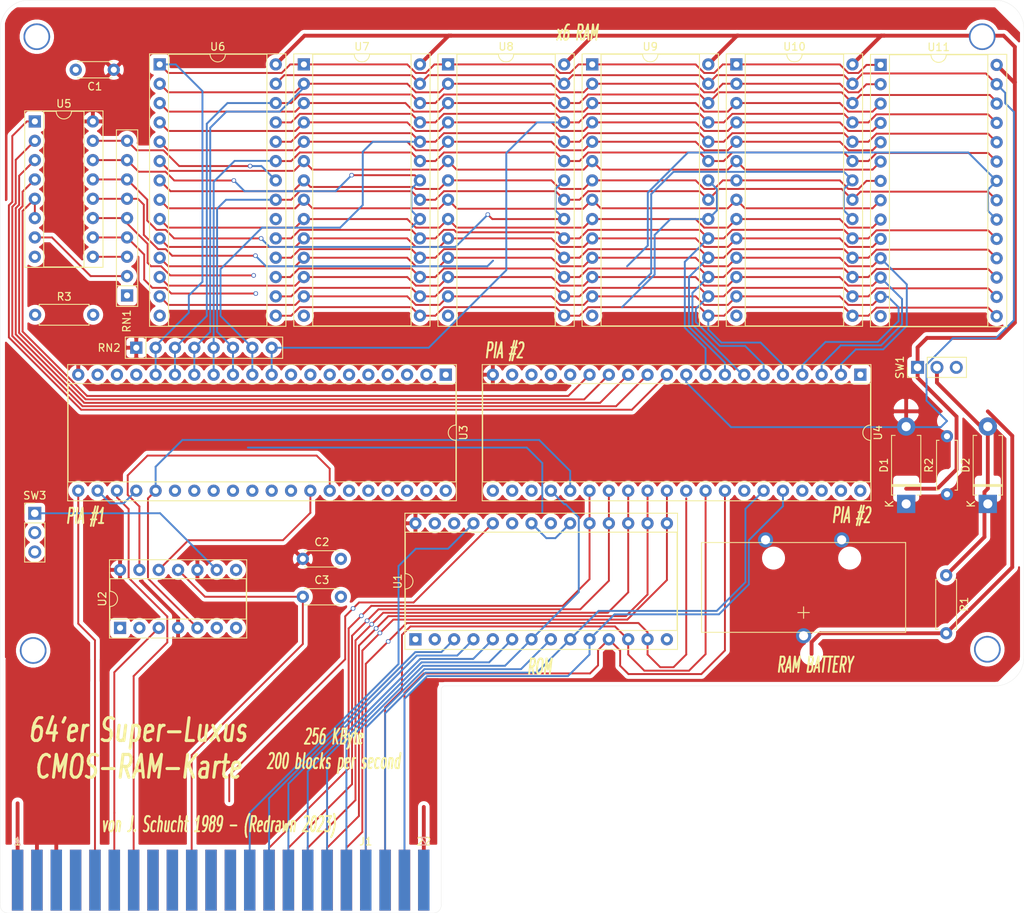
<source format=kicad_pcb>
(kicad_pcb (version 20171130) (host pcbnew "(5.1.9)-1")
  (layers (0 F.Cu signal hide) (31 B.Cu signal hide) (34 B.Paste user) (35 F.Paste user) (36 B.SilkS user) (37 F.SilkS user) (38 B.Mask user) (39 F.Mask user) (44 Edge.Cuts user))
  (net 0 "")
  (net 1 GND)
  (net 2 "Net-(D2-Pad1)")
  (net 3 "Net-(BT1-Pad1)")
  (net 4 +5V)
  (net 5 "Net-(J1-PadD)")
  (net 6 "Net-(J1-PadB)")
  (net 7 "Net-(J1-Pad13)")
  (net 8 "Net-(J1-Pad12)")
  (net 9 "Net-(J1-Pad9)")
  (net 10 "Net-(J1-Pad8)")
  (net 11 "Net-(J1-Pad4)")
  (net 12 "Net-(U1-Pad1)")
  (net 13 "Net-(U1-Pad26)")
  (net 14 "Net-(U1-Pad27)")
  (net 15 "Net-(U2-Pad8)")
  (net 16 "Net-(U2-Pad6)")
  (net 17 "Net-(U3-Pad40)")
  (net 18 "Net-(U3-Pad39)")
  (net 19 "Net-(U3-Pad19)")
  (net 20 "Net-(U3-Pad38)")
  (net 21 "Net-(U3-Pad18)")
  (net 22 "Net-(U3-Pad37)")
  (net 23 "Net-(U3-Pad17)")
  (net 24 "Net-(U4-Pad16)")
  (net 25 "Net-(U4-Pad17)")
  (net 26 "Net-(U4-Pad37)")
  (net 27 "Net-(U4-Pad18)")
  (net 28 "Net-(U4-Pad38)")
  (net 29 "Net-(U4-Pad19)")
  (net 30 "Net-(U4-Pad39)")
  (net 31 "Net-(U4-Pad40)")
  (net 32 ~IO2)
  (net 33 a0)
  (net 34 a1)
  (net 35 a2)
  (net 36 a3)
  (net 37 PHI2)
  (net 38 ~RES)
  (net 39 d0)
  (net 40 ~ROML)
  (net 41 ~IO1)
  (net 42 DOT-CLK)
  (net 43 R-~W)
  (net 44 R'-~W')
  (net 45 "Net-(R3-Pad2)")
  (net 46 y7)
  (net 47 y6)
  (net 48 y5)
  (net 49 y4)
  (net 50 y3)
  (net 51 y2)
  (net 52 y1)
  (net 53 y0)
  (net 54 ~EXROM)
  (net 55 EN)
  (net 56 RES)
  (net 57 BVcc)
  (net 58 pb5)
  (net 59 pb4)
  (net 60 pb3)
  (net 61 pb2)
  (net 62 pb1)
  (net 63 ar14)
  (net 64 ar13)
  (net 65 ar12)
  (net 66 ar11)
  (net 67 ar10)
  (net 68 ar9)
  (net 69 ar8)
  (net 70 ar0)
  (net 71 ar1)
  (net 72 ar2)
  (net 73 ar3)
  (net 74 ar4)
  (net 75 ar5)
  (net 76 ar6)
  (net 77 ar7)
  (net 78 dr7)
  (net 79 dr6)
  (net 80 dr5)
  (net 81 dr4)
  (net 82 dr3)
  (net 83 dr2)
  (net 84 dr1)
  (net 85 dr0)
  (net 86 a4)
  (net 87 a5)
  (net 88 a6)
  (net 89 a7)
  (net 90 a8)
  (net 91 a9)
  (net 92 a10)
  (net 93 a11)
  (net 94 a12)
  (net 95 a13)
  (net 96 a14)
  (net 97 a15)
  (net 98 d1)
  (net 99 d2)
  (net 100 d3)
  (net 101 d4)
  (net 102 d5)
  (net 103 d6)
  (net 104 d7)
  (module C64:M3_pin (layer F.Cu) (at 209.029 46.611)
    (fp_text reference REF** hide)
    (fp_text value 1pin hide)
    (pad 1 thru_hole circle (at 0 0) (size 3.5 3.5) (drill 3.048) (layers *.Cu *.Mask))
  )
  (module C64:M3_pin (layer F.Cu) (at 84.409 127.255)
    (fp_text reference REF** hide)
    (fp_text value 1pin hide)
    (pad 1 thru_hole circle (at 0 0) (size 3.5 3.5) (drill 3.048) (layers *.Cu *.Mask))
  )
  (module C64:M3_pin (layer F.Cu) (at 209.71 127.095)
    (fp_text reference REF** hide)
    (fp_text value 1pin hide)
    (pad 1 thru_hole circle (at 0 0) (size 3.5 3.5) (drill 3.048) (layers *.Cu *.Mask))
  )
  (module C64:M3_pin (layer F.Cu) (at 84.889 46.611)
    (fp_text reference REF** hide)
    (fp_text value 1pin hide)
    (pad 1 thru_hole circle (at 0 0) (size 3.5 3.5) (drill 3.048) (layers *.Cu *.Mask))
  )
  (module C64:C64_Expansion_Port (layer F.Cu) (at 109.035 161.75)
    (fp_text reference J1 (at 19.05 -9.398) (layer F.SilkS))
    (fp_text value C64-Exp-Port_C64-Exp-Port hide)
    (fp_text user 22 (at 26.67 -9.398) (layer F.SilkS))
    (fp_text user 1 (at -26.67 -9.398) (layer F.SilkS))
    (fp_text user A (at -26.67 -9.398) (layer B.SilkS) (effects (justify mirror)))
    (fp_text user Z (at 26.67 -9.398) (layer B.SilkS) (effects (justify mirror)))
    (pad Z connect rect (at 26.67 -4.318) (size 1.5 8) (layers B.Cu F.Mask) (net 1 GND))
    (pad Y connect rect (at 24.13 -4.318) (size 1.5 8) (layers B.Cu F.Mask) (net 33 a0))
    (pad X connect rect (at 21.59 -4.318) (size 1.5 8) (layers B.Cu F.Mask) (net 34 a1))
    (pad W connect rect (at 19.05 -4.318) (size 1.5 8) (layers B.Cu F.Mask) (net 35 a2))
    (pad V connect rect (at 16.51 -4.318) (size 1.5 8) (layers B.Cu F.Mask) (net 36 a3))
    (pad U connect rect (at 13.97 -4.318) (size 1.5 8) (layers B.Cu F.Mask) (net 86 a4))
    (pad T connect rect (at 11.43 -4.318) (size 1.5 8) (layers B.Cu F.Mask) (net 87 a5))
    (pad S connect rect (at 8.89 -4.318) (size 1.5 8) (layers B.Cu F.Mask) (net 88 a6))
    (pad R connect rect (at 6.35 -4.318) (size 1.5 8) (layers B.Cu F.Mask) (net 89 a7))
    (pad P connect rect (at 3.81 -4.318) (size 1.5 8) (layers B.Cu F.Mask) (net 90 a8))
    (pad N connect rect (at 1.27 -4.318) (size 1.5 8) (layers B.Cu F.Mask) (net 91 a9))
    (pad M connect rect (at -1.27 -4.318) (size 1.5 8) (layers B.Cu F.Mask) (net 92 a10))
    (pad L connect rect (at -3.81 -4.318) (size 1.5 8) (layers B.Cu F.Mask) (net 93 a11))
    (pad K connect rect (at -6.35 -4.318) (size 1.5 8) (layers B.Cu F.Mask) (net 94 a12))
    (pad J connect rect (at -8.89 -4.318) (size 1.5 8) (layers B.Cu F.Mask) (net 95 a13))
    (pad H connect rect (at -11.43 -4.318) (size 1.5 8) (layers B.Cu F.Mask) (net 96 a14))
    (pad F connect rect (at -13.97 -4.318) (size 1.5 8) (layers B.Cu F.Mask) (net 97 a15))
    (pad E connect rect (at -16.51 -4.318) (size 1.5 8) (layers B.Cu F.Mask) (net 37 PHI2))
    (pad D connect rect (at -19.05 -4.318) (size 1.5 8) (layers B.Cu F.Mask) (net 5 "Net-(J1-PadD)"))
    (pad C connect rect (at -21.59 -4.318) (size 1.5 8) (layers B.Cu F.Mask) (net 38 ~RES))
    (pad B connect rect (at -24.13 -4.318) (size 1.5 8) (layers B.Cu F.Mask) (net 6 "Net-(J1-PadB)"))
    (pad A connect rect (at -26.67 -4.318) (size 1.5 8) (layers B.Cu F.Mask) (net 1 GND))
    (pad 22 connect rect (at 26.67 -4.318) (size 1.5 8) (layers F.Cu F.Mask) (net 1 GND))
    (pad 21 connect rect (at 24.13 -4.318) (size 1.5 8) (layers F.Cu F.Mask) (net 39 d0))
    (pad 20 connect rect (at 21.59 -4.318) (size 1.5 8) (layers F.Cu F.Mask) (net 98 d1))
    (pad 19 connect rect (at 19.05 -4.318) (size 1.5 8) (layers F.Cu F.Mask) (net 99 d2))
    (pad 18 connect rect (at 16.51 -4.318) (size 1.5 8) (layers F.Cu F.Mask) (net 100 d3))
    (pad 17 connect rect (at 13.97 -4.318) (size 1.5 8) (layers F.Cu F.Mask) (net 101 d4))
    (pad 16 connect rect (at 11.43 -4.318) (size 1.5 8) (layers F.Cu F.Mask) (net 102 d5))
    (pad 15 connect rect (at 8.89 -4.318) (size 1.5 8) (layers F.Cu F.Mask) (net 103 d6))
    (pad 14 connect rect (at 6.35 -4.318) (size 1.5 8) (layers F.Cu F.Mask) (net 104 d7))
    (pad 13 connect rect (at 3.81 -4.318) (size 1.5 8) (layers F.Cu F.Mask) (net 7 "Net-(J1-Pad13)"))
    (pad 12 connect rect (at 1.27 -4.318) (size 1.5 8) (layers F.Cu F.Mask) (net 8 "Net-(J1-Pad12)"))
    (pad 11 connect rect (at -1.27 -4.318) (size 1.5 8) (layers F.Cu F.Mask) (net 40 ~ROML))
    (pad 10 connect rect (at -3.81 -4.318) (size 1.5 8) (layers F.Cu F.Mask) (net 32 ~IO2))
    (pad 9 connect rect (at -6.35 -4.318) (size 1.5 8) (layers F.Cu F.Mask) (net 9 "Net-(J1-Pad9)"))
    (pad 8 connect rect (at -8.89 -4.318) (size 1.5 8) (layers F.Cu F.Mask) (net 10 "Net-(J1-Pad8)"))
    (pad 7 connect rect (at -11.43 -4.318) (size 1.5 8) (layers F.Cu F.Mask) (net 41 ~IO1))
    (pad 6 connect rect (at -13.97 -4.318) (size 1.5 8) (layers F.Cu F.Mask) (net 42 DOT-CLK))
    (pad 5 connect rect (at -16.51 -4.318) (size 1.5 8) (layers F.Cu F.Mask) (net 43 R-~W))
    (pad 4 connect rect (at -19.05 -4.318) (size 1.5 8) (layers F.Cu F.Mask) (net 11 "Net-(J1-Pad4)"))
    (pad 3 connect rect (at -21.59 -4.318) (size 1.5 8) (layers F.Cu F.Mask) (net 4 +5V))
    (pad 2 connect rect (at -24.13 -4.318) (size 1.5 8) (layers F.Cu F.Mask) (net 4 +5V))
    (pad 1 connect rect (at -26.67 -4.318) (size 1.5 8) (layers F.Cu F.Mask) (net 1 GND))
  )
  (module "C64:Varta 2.4v" (layer F.Cu) (at 185.579 125.32)
    (fp_text reference BT1 hide)
    (fp_text value Battery_Cell)
    (pad 2 thru_hole circle (at -5 -12.6) (size 2 2) (drill 1.2) (layers *.Cu *.Mask) (net 1 GND))
    (pad 1 thru_hole circle (at 0 0) (size 2 2) (drill 1.2) (layers *.Cu *.Mask) (net 3 "Net-(BT1-Pad1)"))
    (pad 2 thru_hole circle (at 5 -12.6) (size 2 2) (drill 1.2) (layers *.Cu *.Mask) (net 1 GND))
  )
  (module Capacitor_THT:C_Disc_D4.3mm_W1.9mm_P5.00mm (layer F.Cu) (at 94.999 50.955 180)
    (fp_text reference C1 (at 2.5 -2.2) (layer F.SilkS))
    (fp_text value C)
    (pad 2 thru_hole circle (at 5 0 180) (size 1.6 1.6) (drill 0.8) (layers *.Cu *.Mask) (net 1 GND))
    (pad 1 thru_hole circle (at 0 0 180) (size 1.6 1.6) (drill 0.8) (layers *.Cu *.Mask) (net 4 +5V))
  )
  (module Capacitor_THT:C_Disc_D4.3mm_W1.9mm_P5.00mm (layer F.Cu) (at 119.819 115.215)
    (fp_text reference C2 (at 2.5 -2.2) (layer F.SilkS))
    (fp_text value C)
    (pad 1 thru_hole circle (at 0 0) (size 1.6 1.6) (drill 0.8) (layers *.Cu *.Mask) (net 4 +5V))
    (pad 2 thru_hole circle (at 5 0) (size 1.6 1.6) (drill 0.8) (layers *.Cu *.Mask) (net 1 GND))
  )
  (module Diode_THT:D_DO-15_P10.16mm_Horizontal (layer F.Cu) (at 199.049 107.995 90)
    (fp_text reference D1 (at 5.08 -2.92 90) (layer F.SilkS))
    (fp_text value D_Small)
    (fp_text user K (at 0 -2.2 90) (layer F.SilkS))
    (pad 2 thru_hole oval (at 10.16 0 90) (size 2.4 2.4) (drill 1.2) (layers *.Cu *.Mask) (net 4 +5V))
    (pad 1 thru_hole rect (at 0 0 90) (size 2.4 2.4) (drill 1.2) (layers *.Cu *.Mask) (net 57 BVcc))
  )
  (module Diode_THT:D_DO-15_P10.16mm_Horizontal (layer F.Cu) (at 209.769 107.995 90)
    (fp_text reference D2 (at 5.08 -2.92 90) (layer F.SilkS))
    (fp_text value D_Small)
    (fp_text user K (at 0 -2.2 90) (layer F.SilkS))
    (pad 1 thru_hole rect (at 0 0 90) (size 2.4 2.4) (drill 1.2) (layers *.Cu *.Mask) (net 2 "Net-(D2-Pad1)"))
    (pad 2 thru_hole oval (at 10.16 0 90) (size 2.4 2.4) (drill 1.2) (layers *.Cu *.Mask) (net 3 "Net-(BT1-Pad1)"))
  )
  (module Resistor_THT:R_Axial_DIN0207_L6.3mm_D2.5mm_P7.62mm_Horizontal (layer F.Cu) (at 204.299 117.375 270)
    (fp_text reference R1 (at 3.81 -2.37 90) (layer F.SilkS))
    (fp_text value R_Small)
    (pad 1 thru_hole circle (at 0 0 270) (size 1.6 1.6) (drill 0.8) (layers *.Cu *.Mask) (net 2 "Net-(D2-Pad1)"))
    (pad 2 thru_hole oval (at 7.62 0 270) (size 1.6 1.6) (drill 0.8) (layers *.Cu *.Mask) (net 3 "Net-(BT1-Pad1)"))
  )
  (module Connector_PinHeader_2.54mm:PinHeader_1x03_P2.54mm_Vertical (layer F.Cu) (at 200.549 90.055 90)
    (fp_text reference SW1 (at 0 -2.33 90) (layer F.SilkS))
    (fp_text value SW_SPST)
    (pad 1 thru_hole rect (at 0 0 90) (size 1.7 1.7) (drill 1) (layers *.Cu *.Mask) (net 57 BVcc))
    (pad 2 thru_hole oval (at 0 2.54 90) (size 1.7 1.7) (drill 1) (layers *.Cu *.Mask) (net 2 "Net-(D2-Pad1)"))
    (pad 3 thru_hole oval (at 0 5.08 90) (size 1.7 1.7) (drill 1) (layers *.Cu *.Mask))
  )
  (module Package_DIP:DIP-14_W7.62mm_Socket (layer F.Cu) (at 95.819 124.285 90)
    (fp_text reference U2 (at 3.81 -2.33 90) (layer F.SilkS))
    (fp_text value 74LS74)
    (pad 1 thru_hole rect (at 0 0 90) (size 1.6 1.6) (drill 0.8) (layers *.Cu *.Mask) (net 37 PHI2))
    (pad 8 thru_hole oval (at 7.62 15.24 90) (size 1.6 1.6) (drill 0.8) (layers *.Cu *.Mask) (net 15 "Net-(U2-Pad8)"))
    (pad 2 thru_hole oval (at 0 2.54 90) (size 1.6 1.6) (drill 0.8) (layers *.Cu *.Mask) (net 37 PHI2))
    (pad 9 thru_hole oval (at 7.62 12.7 90) (size 1.6 1.6) (drill 0.8) (layers *.Cu *.Mask) (net 54 ~EXROM))
    (pad 3 thru_hole oval (at 0 5.08 90) (size 1.6 1.6) (drill 0.8) (layers *.Cu *.Mask) (net 42 DOT-CLK))
    (pad 10 thru_hole oval (at 7.62 10.16 90) (size 1.6 1.6) (drill 0.8) (layers *.Cu *.Mask) (net 4 +5V))
    (pad 4 thru_hole oval (at 0 7.62 90) (size 1.6 1.6) (drill 0.8) (layers *.Cu *.Mask) (net 4 +5V))
    (pad 11 thru_hole oval (at 7.62 7.62 90) (size 1.6 1.6) (drill 0.8) (layers *.Cu *.Mask) (net 32 ~IO2))
    (pad 5 thru_hole oval (at 0 10.16 90) (size 1.6 1.6) (drill 0.8) (layers *.Cu *.Mask) (net 55 EN))
    (pad 12 thru_hole oval (at 7.62 5.08 90) (size 1.6 1.6) (drill 0.8) (layers *.Cu *.Mask) (net 39 d0))
    (pad 6 thru_hole oval (at 0 12.7 90) (size 1.6 1.6) (drill 0.8) (layers *.Cu *.Mask) (net 16 "Net-(U2-Pad6)"))
    (pad 13 thru_hole oval (at 7.62 2.54 90) (size 1.6 1.6) (drill 0.8) (layers *.Cu *.Mask) (net 56 RES))
    (pad 7 thru_hole oval (at 0 15.24 90) (size 1.6 1.6) (drill 0.8) (layers *.Cu *.Mask) (net 1 GND))
    (pad 14 thru_hole oval (at 7.62 0 90) (size 1.6 1.6) (drill 0.8) (layers *.Cu *.Mask) (net 4 +5V))
  )
  (module Capacitor_THT:C_Disc_D4.3mm_W1.9mm_P5.00mm (layer F.Cu) (at 119.819 120.195)
    (fp_text reference C3 (at 2.5 -2.2) (layer F.SilkS))
    (fp_text value C3)
    (pad 1 thru_hole circle (at 0 0) (size 1.6 1.6) (drill 0.8) (layers *.Cu *.Mask) (net 32 ~IO2))
    (pad 2 thru_hole circle (at 5 0) (size 1.6 1.6) (drill 0.8) (layers *.Cu *.Mask) (net 1 GND))
  )
  (module Resistor_THT:R_Axial_DIN0207_L6.3mm_D2.5mm_P7.62mm_Horizontal (layer F.Cu) (at 204.409 106.725 90)
    (fp_text reference R2 (at 3.81 -2.37 90) (layer F.SilkS))
    (fp_text value R_Small)
    (pad 2 thru_hole oval (at 7.62 0 90) (size 1.6 1.6) (drill 0.8) (layers *.Cu *.Mask) (net 44 R'-~W'))
    (pad 1 thru_hole circle (at 0 0 90) (size 1.6 1.6) (drill 0.8) (layers *.Cu *.Mask) (net 57 BVcc))
  )
  (module Resistor_THT:R_Axial_DIN0207_L6.3mm_D2.5mm_P7.62mm_Horizontal (layer F.Cu) (at 84.669 83.145)
    (fp_text reference R3 (at 3.81 -2.37) (layer F.SilkS))
    (fp_text value R_Small)
    (pad 1 thru_hole circle (at 0 0) (size 1.6 1.6) (drill 0.8) (layers *.Cu *.Mask) (net 58 pb5))
    (pad 2 thru_hole oval (at 7.62 0) (size 1.6 1.6) (drill 0.8) (layers *.Cu *.Mask) (net 45 "Net-(R3-Pad2)"))
  )
  (module Resistor_THT:R_Array_SIP9 (layer F.Cu) (at 96.739 80.605 90)
    (fp_text reference RN1 (at -3.37 -0.04 90) (layer F.SilkS))
    (fp_text value R_Network08)
    (pad 1 thru_hole rect (at 0 0 90) (size 1.6 1.6) (drill 0.8) (layers *.Cu *.Mask) (net 45 "Net-(R3-Pad2)"))
    (pad 2 thru_hole oval (at 2.54 0 90) (size 1.6 1.6) (drill 0.8) (layers *.Cu *.Mask) (net 46 y7))
    (pad 3 thru_hole oval (at 5.08 0 90) (size 1.6 1.6) (drill 0.8) (layers *.Cu *.Mask) (net 47 y6))
    (pad 4 thru_hole oval (at 7.62 0 90) (size 1.6 1.6) (drill 0.8) (layers *.Cu *.Mask) (net 48 y5))
    (pad 5 thru_hole oval (at 10.16 0 90) (size 1.6 1.6) (drill 0.8) (layers *.Cu *.Mask) (net 49 y4))
    (pad 6 thru_hole oval (at 12.7 0 90) (size 1.6 1.6) (drill 0.8) (layers *.Cu *.Mask) (net 50 y3))
    (pad 7 thru_hole oval (at 15.24 0 90) (size 1.6 1.6) (drill 0.8) (layers *.Cu *.Mask) (net 51 y2))
    (pad 8 thru_hole oval (at 17.78 0 90) (size 1.6 1.6) (drill 0.8) (layers *.Cu *.Mask) (net 52 y1))
    (pad 9 thru_hole oval (at 20.32 0 90) (size 1.6 1.6) (drill 0.8) (layers *.Cu *.Mask) (net 53 y0))
  )
  (module Resistor_THT:R_Array_SIP8 (layer F.Cu) (at 97.949999 87.475)
    (fp_text reference RN2 (at -3.570999 0.02) (layer F.SilkS))
    (fp_text value R_Network07)
    (pad 1 thru_hole rect (at 0 0) (size 1.6 1.6) (drill 0.8) (layers *.Cu *.Mask) (net 4 +5V))
    (pad 2 thru_hole oval (at 2.54 0) (size 1.6 1.6) (drill 0.8) (layers *.Cu *.Mask) (net 63 ar14))
    (pad 3 thru_hole oval (at 5.08 0) (size 1.6 1.6) (drill 0.8) (layers *.Cu *.Mask) (net 64 ar13))
    (pad 4 thru_hole oval (at 7.62 0) (size 1.6 1.6) (drill 0.8) (layers *.Cu *.Mask) (net 65 ar12))
    (pad 5 thru_hole oval (at 10.16 0) (size 1.6 1.6) (drill 0.8) (layers *.Cu *.Mask) (net 66 ar11))
    (pad 6 thru_hole oval (at 12.7 0) (size 1.6 1.6) (drill 0.8) (layers *.Cu *.Mask) (net 67 ar10))
    (pad 7 thru_hole oval (at 15.24 0) (size 1.6 1.6) (drill 0.8) (layers *.Cu *.Mask) (net 68 ar9))
    (pad 8 thru_hole oval (at 17.78 0) (size 1.6 1.6) (drill 0.8) (layers *.Cu *.Mask) (net 69 ar8))
  )
  (module Connector_PinHeader_2.54mm:PinHeader_1x03_P2.54mm_Vertical (layer F.Cu) (at 84.619 109.225)
    (fp_text reference SW3 (at 0 -2.33) (layer F.SilkS))
    (fp_text value SW_SPST)
    (pad 3 thru_hole oval (at 0 5.08) (size 1.7 1.7) (drill 1) (layers *.Cu *.Mask))
    (pad 2 thru_hole oval (at 0 2.54) (size 1.7 1.7) (drill 1) (layers *.Cu *.Mask) (net 9 "Net-(J1-Pad9)"))
    (pad 1 thru_hole rect (at 0 0) (size 1.7 1.7) (drill 1) (layers *.Cu *.Mask) (net 54 ~EXROM))
  )
  (module Package_DIP:DIP-16_W7.62mm_Socket (layer F.Cu) (at 84.629 57.745)
    (fp_text reference U5 (at 3.81 -2.33) (layer F.SilkS))
    (fp_text value 74LS138)
    (pad 1 thru_hole rect (at 0 0) (size 1.6 1.6) (drill 0.8) (layers *.Cu *.Mask) (net 62 pb1))
    (pad 9 thru_hole oval (at 7.62 17.78) (size 1.6 1.6) (drill 0.8) (layers *.Cu *.Mask) (net 47 y6))
    (pad 2 thru_hole oval (at 0 2.54) (size 1.6 1.6) (drill 0.8) (layers *.Cu *.Mask) (net 61 pb2))
    (pad 10 thru_hole oval (at 7.62 15.24) (size 1.6 1.6) (drill 0.8) (layers *.Cu *.Mask) (net 48 y5))
    (pad 3 thru_hole oval (at 0 5.08) (size 1.6 1.6) (drill 0.8) (layers *.Cu *.Mask) (net 60 pb3))
    (pad 11 thru_hole oval (at 7.62 12.7) (size 1.6 1.6) (drill 0.8) (layers *.Cu *.Mask) (net 49 y4))
    (pad 4 thru_hole oval (at 0 7.62) (size 1.6 1.6) (drill 0.8) (layers *.Cu *.Mask) (net 59 pb4))
    (pad 12 thru_hole oval (at 7.62 10.16) (size 1.6 1.6) (drill 0.8) (layers *.Cu *.Mask) (net 50 y3))
    (pad 5 thru_hole oval (at 0 10.16) (size 1.6 1.6) (drill 0.8) (layers *.Cu *.Mask) (net 58 pb5))
    (pad 13 thru_hole oval (at 7.62 7.62) (size 1.6 1.6) (drill 0.8) (layers *.Cu *.Mask) (net 51 y2))
    (pad 6 thru_hole oval (at 0 12.7) (size 1.6 1.6) (drill 0.8) (layers *.Cu *.Mask) (net 58 pb5))
    (pad 14 thru_hole oval (at 7.62 5.08) (size 1.6 1.6) (drill 0.8) (layers *.Cu *.Mask) (net 52 y1))
    (pad 7 thru_hole oval (at 0 15.24) (size 1.6 1.6) (drill 0.8) (layers *.Cu *.Mask) (net 46 y7))
    (pad 15 thru_hole oval (at 7.62 2.54) (size 1.6 1.6) (drill 0.8) (layers *.Cu *.Mask) (net 53 y0))
    (pad 8 thru_hole oval (at 0 17.78) (size 1.6 1.6) (drill 0.8) (layers *.Cu *.Mask) (net 1 GND))
    (pad 16 thru_hole oval (at 7.62 0) (size 1.6 1.6) (drill 0.8) (layers *.Cu *.Mask) (net 4 +5V))
  )
  (module Package_DIP:DIP-28_W15.24mm_Socket (layer F.Cu) (at 134.609 125.785 90)
    (fp_text reference U1 (at 7.62 -2.33 90) (layer F.SilkS))
    (fp_text value 2764)
    (pad 1 thru_hole rect (at 0 0 90) (size 1.6 1.6) (drill 0.8) (layers *.Cu *.Mask) (net 12 "Net-(U1-Pad1)"))
    (pad 15 thru_hole oval (at 15.24 33.02 90) (size 1.6 1.6) (drill 0.8) (layers *.Cu *.Mask) (net 100 d3))
    (pad 2 thru_hole oval (at 0 2.54 90) (size 1.6 1.6) (drill 0.8) (layers *.Cu *.Mask) (net 94 a12))
    (pad 16 thru_hole oval (at 15.24 30.48 90) (size 1.6 1.6) (drill 0.8) (layers *.Cu *.Mask) (net 101 d4))
    (pad 3 thru_hole oval (at 0 5.08 90) (size 1.6 1.6) (drill 0.8) (layers *.Cu *.Mask) (net 89 a7))
    (pad 17 thru_hole oval (at 15.24 27.94 90) (size 1.6 1.6) (drill 0.8) (layers *.Cu *.Mask) (net 102 d5))
    (pad 4 thru_hole oval (at 0 7.62 90) (size 1.6 1.6) (drill 0.8) (layers *.Cu *.Mask) (net 88 a6))
    (pad 18 thru_hole oval (at 15.24 25.4 90) (size 1.6 1.6) (drill 0.8) (layers *.Cu *.Mask) (net 103 d6))
    (pad 5 thru_hole oval (at 0 10.16 90) (size 1.6 1.6) (drill 0.8) (layers *.Cu *.Mask) (net 87 a5))
    (pad 19 thru_hole oval (at 15.24 22.86 90) (size 1.6 1.6) (drill 0.8) (layers *.Cu *.Mask) (net 104 d7))
    (pad 6 thru_hole oval (at 0 12.7 90) (size 1.6 1.6) (drill 0.8) (layers *.Cu *.Mask) (net 86 a4))
    (pad 20 thru_hole oval (at 15.24 20.32 90) (size 1.6 1.6) (drill 0.8) (layers *.Cu *.Mask) (net 40 ~ROML))
    (pad 7 thru_hole oval (at 0 15.24 90) (size 1.6 1.6) (drill 0.8) (layers *.Cu *.Mask) (net 36 a3))
    (pad 21 thru_hole oval (at 15.24 17.78 90) (size 1.6 1.6) (drill 0.8) (layers *.Cu *.Mask) (net 92 a10))
    (pad 8 thru_hole oval (at 0 17.78 90) (size 1.6 1.6) (drill 0.8) (layers *.Cu *.Mask) (net 35 a2))
    (pad 22 thru_hole oval (at 15.24 15.24 90) (size 1.6 1.6) (drill 0.8) (layers *.Cu *.Mask) (net 40 ~ROML))
    (pad 9 thru_hole oval (at 0 20.32 90) (size 1.6 1.6) (drill 0.8) (layers *.Cu *.Mask) (net 34 a1))
    (pad 23 thru_hole oval (at 15.24 12.7 90) (size 1.6 1.6) (drill 0.8) (layers *.Cu *.Mask) (net 93 a11))
    (pad 10 thru_hole oval (at 0 22.86 90) (size 1.6 1.6) (drill 0.8) (layers *.Cu *.Mask) (net 33 a0))
    (pad 24 thru_hole oval (at 15.24 10.16 90) (size 1.6 1.6) (drill 0.8) (layers *.Cu *.Mask) (net 91 a9))
    (pad 11 thru_hole oval (at 0 25.4 90) (size 1.6 1.6) (drill 0.8) (layers *.Cu *.Mask) (net 39 d0))
    (pad 25 thru_hole oval (at 15.24 7.62 90) (size 1.6 1.6) (drill 0.8) (layers *.Cu *.Mask) (net 90 a8))
    (pad 12 thru_hole oval (at 0 27.94 90) (size 1.6 1.6) (drill 0.8) (layers *.Cu *.Mask) (net 98 d1))
    (pad 26 thru_hole oval (at 15.24 5.08 90) (size 1.6 1.6) (drill 0.8) (layers *.Cu *.Mask) (net 13 "Net-(U1-Pad26)"))
    (pad 13 thru_hole oval (at 0 30.48 90) (size 1.6 1.6) (drill 0.8) (layers *.Cu *.Mask) (net 99 d2))
    (pad 27 thru_hole oval (at 15.24 2.54 90) (size 1.6 1.6) (drill 0.8) (layers *.Cu *.Mask) (net 14 "Net-(U1-Pad27)"))
    (pad 14 thru_hole oval (at 0 33.02 90) (size 1.6 1.6) (drill 0.8) (layers *.Cu *.Mask) (net 1 GND))
    (pad 28 thru_hole oval (at 15.24 0 90) (size 1.6 1.6) (drill 0.8) (layers *.Cu *.Mask) (net 4 +5V))
  )
  (module Package_DIP:DIP-40_W15.24mm_Socket (layer F.Cu) (at 138.589999 91.02 270)
    (fp_text reference U3 (at 7.62 -2.33 90) (layer F.SilkS))
    (fp_text value 6821)
    (pad 1 thru_hole rect (at 0 0 270) (size 1.6 1.6) (drill 0.8) (layers *.Cu *.Mask) (net 1 GND))
    (pad 21 thru_hole oval (at 15.24 48.26 270) (size 1.6 1.6) (drill 0.8) (layers *.Cu *.Mask) (net 43 R-~W))
    (pad 2 thru_hole oval (at 0 2.54 270) (size 1.6 1.6) (drill 0.8) (layers *.Cu *.Mask) (net 70 ar0))
    (pad 22 thru_hole oval (at 15.24 45.72 270) (size 1.6 1.6) (drill 0.8) (layers *.Cu *.Mask) (net 35 a2))
    (pad 3 thru_hole oval (at 0 5.08 270) (size 1.6 1.6) (drill 0.8) (layers *.Cu *.Mask) (net 71 ar1))
    (pad 23 thru_hole oval (at 15.24 43.18 270) (size 1.6 1.6) (drill 0.8) (layers *.Cu *.Mask) (net 41 ~IO1))
    (pad 4 thru_hole oval (at 0 7.62 270) (size 1.6 1.6) (drill 0.8) (layers *.Cu *.Mask) (net 72 ar2))
    (pad 24 thru_hole oval (at 15.24 40.64 270) (size 1.6 1.6) (drill 0.8) (layers *.Cu *.Mask) (net 35 a2))
    (pad 5 thru_hole oval (at 0 10.16 270) (size 1.6 1.6) (drill 0.8) (layers *.Cu *.Mask) (net 73 ar3))
    (pad 25 thru_hole oval (at 15.24 38.1 270) (size 1.6 1.6) (drill 0.8) (layers *.Cu *.Mask) (net 55 EN))
    (pad 6 thru_hole oval (at 0 12.7 270) (size 1.6 1.6) (drill 0.8) (layers *.Cu *.Mask) (net 74 ar4))
    (pad 26 thru_hole oval (at 15.24 35.56 270) (size 1.6 1.6) (drill 0.8) (layers *.Cu *.Mask) (net 104 d7))
    (pad 7 thru_hole oval (at 0 15.24 270) (size 1.6 1.6) (drill 0.8) (layers *.Cu *.Mask) (net 75 ar5))
    (pad 27 thru_hole oval (at 15.24 33.02 270) (size 1.6 1.6) (drill 0.8) (layers *.Cu *.Mask) (net 103 d6))
    (pad 8 thru_hole oval (at 0 17.78 270) (size 1.6 1.6) (drill 0.8) (layers *.Cu *.Mask) (net 76 ar6))
    (pad 28 thru_hole oval (at 15.24 30.48 270) (size 1.6 1.6) (drill 0.8) (layers *.Cu *.Mask) (net 102 d5))
    (pad 9 thru_hole oval (at 0 20.32 270) (size 1.6 1.6) (drill 0.8) (layers *.Cu *.Mask) (net 77 ar7))
    (pad 29 thru_hole oval (at 15.24 27.94 270) (size 1.6 1.6) (drill 0.8) (layers *.Cu *.Mask) (net 101 d4))
    (pad 10 thru_hole oval (at 0 22.86 270) (size 1.6 1.6) (drill 0.8) (layers *.Cu *.Mask) (net 69 ar8))
    (pad 30 thru_hole oval (at 15.24 25.4 270) (size 1.6 1.6) (drill 0.8) (layers *.Cu *.Mask) (net 100 d3))
    (pad 11 thru_hole oval (at 0 25.4 270) (size 1.6 1.6) (drill 0.8) (layers *.Cu *.Mask) (net 68 ar9))
    (pad 31 thru_hole oval (at 15.24 22.86 270) (size 1.6 1.6) (drill 0.8) (layers *.Cu *.Mask) (net 99 d2))
    (pad 12 thru_hole oval (at 0 27.94 270) (size 1.6 1.6) (drill 0.8) (layers *.Cu *.Mask) (net 67 ar10))
    (pad 32 thru_hole oval (at 15.24 20.32 270) (size 1.6 1.6) (drill 0.8) (layers *.Cu *.Mask) (net 98 d1))
    (pad 13 thru_hole oval (at 0 30.48 270) (size 1.6 1.6) (drill 0.8) (layers *.Cu *.Mask) (net 66 ar11))
    (pad 33 thru_hole oval (at 15.24 17.78 270) (size 1.6 1.6) (drill 0.8) (layers *.Cu *.Mask) (net 39 d0))
    (pad 14 thru_hole oval (at 0 33.02 270) (size 1.6 1.6) (drill 0.8) (layers *.Cu *.Mask) (net 65 ar12))
    (pad 34 thru_hole oval (at 15.24 15.24 270) (size 1.6 1.6) (drill 0.8) (layers *.Cu *.Mask) (net 56 RES))
    (pad 15 thru_hole oval (at 0 35.56 270) (size 1.6 1.6) (drill 0.8) (layers *.Cu *.Mask) (net 64 ar13))
    (pad 35 thru_hole oval (at 15.24 12.7 270) (size 1.6 1.6) (drill 0.8) (layers *.Cu *.Mask) (net 34 a1))
    (pad 16 thru_hole oval (at 0 38.1 270) (size 1.6 1.6) (drill 0.8) (layers *.Cu *.Mask) (net 63 ar14))
    (pad 36 thru_hole oval (at 15.24 10.16 270) (size 1.6 1.6) (drill 0.8) (layers *.Cu *.Mask) (net 33 a0))
    (pad 17 thru_hole oval (at 0 40.64 270) (size 1.6 1.6) (drill 0.8) (layers *.Cu *.Mask) (net 23 "Net-(U3-Pad17)"))
    (pad 37 thru_hole oval (at 15.24 7.62 270) (size 1.6 1.6) (drill 0.8) (layers *.Cu *.Mask) (net 22 "Net-(U3-Pad37)"))
    (pad 18 thru_hole oval (at 0 43.18 270) (size 1.6 1.6) (drill 0.8) (layers *.Cu *.Mask) (net 21 "Net-(U3-Pad18)"))
    (pad 38 thru_hole oval (at 15.24 5.08 270) (size 1.6 1.6) (drill 0.8) (layers *.Cu *.Mask) (net 20 "Net-(U3-Pad38)"))
    (pad 19 thru_hole oval (at 0 45.72 270) (size 1.6 1.6) (drill 0.8) (layers *.Cu *.Mask) (net 19 "Net-(U3-Pad19)"))
    (pad 39 thru_hole oval (at 15.24 2.54 270) (size 1.6 1.6) (drill 0.8) (layers *.Cu *.Mask) (net 18 "Net-(U3-Pad39)"))
    (pad 20 thru_hole oval (at 0 48.26 270) (size 1.6 1.6) (drill 0.8) (layers *.Cu *.Mask) (net 4 +5V))
    (pad 40 thru_hole oval (at 15.24 0 270) (size 1.6 1.6) (drill 0.8) (layers *.Cu *.Mask) (net 17 "Net-(U3-Pad40)"))
  )
  (module Package_DIP:DIP-40_W15.24mm_Socket (layer F.Cu) (at 193.029 91.02 270)
    (fp_text reference U4 (at 7.62 -2.33 90) (layer F.SilkS))
    (fp_text value 6821)
    (pad 40 thru_hole oval (at 15.24 0 270) (size 1.6 1.6) (drill 0.8) (layers *.Cu *.Mask) (net 31 "Net-(U4-Pad40)"))
    (pad 20 thru_hole oval (at 0 48.26 270) (size 1.6 1.6) (drill 0.8) (layers *.Cu *.Mask) (net 4 +5V))
    (pad 39 thru_hole oval (at 15.24 2.54 270) (size 1.6 1.6) (drill 0.8) (layers *.Cu *.Mask) (net 30 "Net-(U4-Pad39)"))
    (pad 19 thru_hole oval (at 0 45.72 270) (size 1.6 1.6) (drill 0.8) (layers *.Cu *.Mask) (net 29 "Net-(U4-Pad19)"))
    (pad 38 thru_hole oval (at 15.24 5.08 270) (size 1.6 1.6) (drill 0.8) (layers *.Cu *.Mask) (net 28 "Net-(U4-Pad38)"))
    (pad 18 thru_hole oval (at 0 43.18 270) (size 1.6 1.6) (drill 0.8) (layers *.Cu *.Mask) (net 27 "Net-(U4-Pad18)"))
    (pad 37 thru_hole oval (at 15.24 7.62 270) (size 1.6 1.6) (drill 0.8) (layers *.Cu *.Mask) (net 26 "Net-(U4-Pad37)"))
    (pad 17 thru_hole oval (at 0 40.64 270) (size 1.6 1.6) (drill 0.8) (layers *.Cu *.Mask) (net 25 "Net-(U4-Pad17)"))
    (pad 36 thru_hole oval (at 15.24 10.16 270) (size 1.6 1.6) (drill 0.8) (layers *.Cu *.Mask) (net 33 a0))
    (pad 16 thru_hole oval (at 0 38.1 270) (size 1.6 1.6) (drill 0.8) (layers *.Cu *.Mask) (net 24 "Net-(U4-Pad16)"))
    (pad 35 thru_hole oval (at 15.24 12.7 270) (size 1.6 1.6) (drill 0.8) (layers *.Cu *.Mask) (net 34 a1))
    (pad 15 thru_hole oval (at 0 35.56 270) (size 1.6 1.6) (drill 0.8) (layers *.Cu *.Mask) (net 58 pb5))
    (pad 34 thru_hole oval (at 15.24 15.24 270) (size 1.6 1.6) (drill 0.8) (layers *.Cu *.Mask) (net 56 RES))
    (pad 14 thru_hole oval (at 0 33.02 270) (size 1.6 1.6) (drill 0.8) (layers *.Cu *.Mask) (net 59 pb4))
    (pad 33 thru_hole oval (at 15.24 17.78 270) (size 1.6 1.6) (drill 0.8) (layers *.Cu *.Mask) (net 39 d0))
    (pad 13 thru_hole oval (at 0 30.48 270) (size 1.6 1.6) (drill 0.8) (layers *.Cu *.Mask) (net 60 pb3))
    (pad 32 thru_hole oval (at 15.24 20.32 270) (size 1.6 1.6) (drill 0.8) (layers *.Cu *.Mask) (net 98 d1))
    (pad 12 thru_hole oval (at 0 27.94 270) (size 1.6 1.6) (drill 0.8) (layers *.Cu *.Mask) (net 61 pb2))
    (pad 31 thru_hole oval (at 15.24 22.86 270) (size 1.6 1.6) (drill 0.8) (layers *.Cu *.Mask) (net 99 d2))
    (pad 11 thru_hole oval (at 0 25.4 270) (size 1.6 1.6) (drill 0.8) (layers *.Cu *.Mask) (net 62 pb1))
    (pad 30 thru_hole oval (at 15.24 25.4 270) (size 1.6 1.6) (drill 0.8) (layers *.Cu *.Mask) (net 100 d3))
    (pad 10 thru_hole oval (at 0 22.86 270) (size 1.6 1.6) (drill 0.8) (layers *.Cu *.Mask) (net 44 R'-~W'))
    (pad 29 thru_hole oval (at 15.24 27.94 270) (size 1.6 1.6) (drill 0.8) (layers *.Cu *.Mask) (net 101 d4))
    (pad 9 thru_hole oval (at 0 20.32 270) (size 1.6 1.6) (drill 0.8) (layers *.Cu *.Mask) (net 78 dr7))
    (pad 28 thru_hole oval (at 15.24 30.48 270) (size 1.6 1.6) (drill 0.8) (layers *.Cu *.Mask) (net 102 d5))
    (pad 8 thru_hole oval (at 0 17.78 270) (size 1.6 1.6) (drill 0.8) (layers *.Cu *.Mask) (net 79 dr6))
    (pad 27 thru_hole oval (at 15.24 33.02 270) (size 1.6 1.6) (drill 0.8) (layers *.Cu *.Mask) (net 103 d6))
    (pad 7 thru_hole oval (at 0 15.24 270) (size 1.6 1.6) (drill 0.8) (layers *.Cu *.Mask) (net 80 dr5))
    (pad 26 thru_hole oval (at 15.24 35.56 270) (size 1.6 1.6) (drill 0.8) (layers *.Cu *.Mask) (net 104 d7))
    (pad 6 thru_hole oval (at 0 12.7 270) (size 1.6 1.6) (drill 0.8) (layers *.Cu *.Mask) (net 81 dr4))
    (pad 25 thru_hole oval (at 15.24 38.1 270) (size 1.6 1.6) (drill 0.8) (layers *.Cu *.Mask) (net 55 EN))
    (pad 5 thru_hole oval (at 0 10.16 270) (size 1.6 1.6) (drill 0.8) (layers *.Cu *.Mask) (net 82 dr3))
    (pad 24 thru_hole oval (at 15.24 40.64 270) (size 1.6 1.6) (drill 0.8) (layers *.Cu *.Mask) (net 36 a3))
    (pad 4 thru_hole oval (at 0 7.62 270) (size 1.6 1.6) (drill 0.8) (layers *.Cu *.Mask) (net 83 dr2))
    (pad 23 thru_hole oval (at 15.24 43.18 270) (size 1.6 1.6) (drill 0.8) (layers *.Cu *.Mask) (net 41 ~IO1))
    (pad 3 thru_hole oval (at 0 5.08 270) (size 1.6 1.6) (drill 0.8) (layers *.Cu *.Mask) (net 84 dr1))
    (pad 22 thru_hole oval (at 15.24 45.72 270) (size 1.6 1.6) (drill 0.8) (layers *.Cu *.Mask) (net 36 a3))
    (pad 2 thru_hole oval (at 0 2.54 270) (size 1.6 1.6) (drill 0.8) (layers *.Cu *.Mask) (net 85 dr0))
    (pad 21 thru_hole oval (at 15.24 48.26 270) (size 1.6 1.6) (drill 0.8) (layers *.Cu *.Mask) (net 43 R-~W))
    (pad 1 thru_hole rect (at 0 0 270) (size 1.6 1.6) (drill 0.8) (layers *.Cu *.Mask) (net 1 GND))
  )
  (module Package_DIP:DIP-28_W15.24mm_Socket (layer F.Cu) (at 101.024001 50.250001)
    (fp_text reference U6 (at 7.62 -2.33) (layer F.SilkS))
    (fp_text value KM62256CLP)
    (pad 1 thru_hole rect (at 0 0) (size 1.6 1.6) (drill 0.8) (layers *.Cu *.Mask) (net 63 ar14))
    (pad 15 thru_hole oval (at 15.24 33.02) (size 1.6 1.6) (drill 0.8) (layers *.Cu *.Mask) (net 82 dr3))
    (pad 2 thru_hole oval (at 0 2.54) (size 1.6 1.6) (drill 0.8) (layers *.Cu *.Mask) (net 65 ar12))
    (pad 16 thru_hole oval (at 15.24 30.48) (size 1.6 1.6) (drill 0.8) (layers *.Cu *.Mask) (net 81 dr4))
    (pad 3 thru_hole oval (at 0 5.08) (size 1.6 1.6) (drill 0.8) (layers *.Cu *.Mask) (net 77 ar7))
    (pad 17 thru_hole oval (at 15.24 27.94) (size 1.6 1.6) (drill 0.8) (layers *.Cu *.Mask) (net 80 dr5))
    (pad 4 thru_hole oval (at 0 7.62) (size 1.6 1.6) (drill 0.8) (layers *.Cu *.Mask) (net 76 ar6))
    (pad 18 thru_hole oval (at 15.24 25.4) (size 1.6 1.6) (drill 0.8) (layers *.Cu *.Mask) (net 79 dr6))
    (pad 5 thru_hole oval (at 0 10.16) (size 1.6 1.6) (drill 0.8) (layers *.Cu *.Mask) (net 75 ar5))
    (pad 19 thru_hole oval (at 15.24 22.86) (size 1.6 1.6) (drill 0.8) (layers *.Cu *.Mask) (net 78 dr7))
    (pad 6 thru_hole oval (at 0 12.7) (size 1.6 1.6) (drill 0.8) (layers *.Cu *.Mask) (net 74 ar4))
    (pad 20 thru_hole oval (at 15.24 20.32) (size 1.6 1.6) (drill 0.8) (layers *.Cu *.Mask) (net 53 y0))
    (pad 7 thru_hole oval (at 0 15.24) (size 1.6 1.6) (drill 0.8) (layers *.Cu *.Mask) (net 73 ar3))
    (pad 21 thru_hole oval (at 15.24 17.78) (size 1.6 1.6) (drill 0.8) (layers *.Cu *.Mask) (net 67 ar10))
    (pad 8 thru_hole oval (at 0 17.78) (size 1.6 1.6) (drill 0.8) (layers *.Cu *.Mask) (net 72 ar2))
    (pad 22 thru_hole oval (at 15.24 15.24) (size 1.6 1.6) (drill 0.8) (layers *.Cu *.Mask) (net 53 y0))
    (pad 9 thru_hole oval (at 0 20.32) (size 1.6 1.6) (drill 0.8) (layers *.Cu *.Mask) (net 71 ar1))
    (pad 23 thru_hole oval (at 15.24 12.7) (size 1.6 1.6) (drill 0.8) (layers *.Cu *.Mask) (net 66 ar11))
    (pad 10 thru_hole oval (at 0 22.86) (size 1.6 1.6) (drill 0.8) (layers *.Cu *.Mask) (net 70 ar0))
    (pad 24 thru_hole oval (at 15.24 10.16) (size 1.6 1.6) (drill 0.8) (layers *.Cu *.Mask) (net 68 ar9))
    (pad 11 thru_hole oval (at 0 25.4) (size 1.6 1.6) (drill 0.8) (layers *.Cu *.Mask) (net 85 dr0))
    (pad 25 thru_hole oval (at 15.24 7.62) (size 1.6 1.6) (drill 0.8) (layers *.Cu *.Mask) (net 69 ar8))
    (pad 12 thru_hole oval (at 0 27.94) (size 1.6 1.6) (drill 0.8) (layers *.Cu *.Mask) (net 84 dr1))
    (pad 26 thru_hole oval (at 15.24 5.08) (size 1.6 1.6) (drill 0.8) (layers *.Cu *.Mask) (net 64 ar13))
    (pad 13 thru_hole oval (at 0 30.48) (size 1.6 1.6) (drill 0.8) (layers *.Cu *.Mask) (net 83 dr2))
    (pad 27 thru_hole oval (at 15.24 2.54) (size 1.6 1.6) (drill 0.8) (layers *.Cu *.Mask) (net 44 R'-~W'))
    (pad 14 thru_hole oval (at 0 33.02) (size 1.6 1.6) (drill 0.8) (layers *.Cu *.Mask) (net 1 GND))
    (pad 28 thru_hole oval (at 15.24 0) (size 1.6 1.6) (drill 0.8) (layers *.Cu *.Mask) (net 57 BVcc))
  )
  (module Package_DIP:DIP-28_W15.24mm_Socket (layer F.Cu) (at 119.957 50.250001)
    (fp_text reference U7 (at 7.62 -2.33) (layer F.SilkS))
    (fp_text value KM62256CLP)
    (pad 28 thru_hole oval (at 15.24 0) (size 1.6 1.6) (drill 0.8) (layers *.Cu *.Mask) (net 57 BVcc))
    (pad 14 thru_hole oval (at 0 33.02) (size 1.6 1.6) (drill 0.8) (layers *.Cu *.Mask) (net 1 GND))
    (pad 27 thru_hole oval (at 15.24 2.54) (size 1.6 1.6) (drill 0.8) (layers *.Cu *.Mask) (net 44 R'-~W'))
    (pad 13 thru_hole oval (at 0 30.48) (size 1.6 1.6) (drill 0.8) (layers *.Cu *.Mask) (net 83 dr2))
    (pad 26 thru_hole oval (at 15.24 5.08) (size 1.6 1.6) (drill 0.8) (layers *.Cu *.Mask) (net 64 ar13))
    (pad 12 thru_hole oval (at 0 27.94) (size 1.6 1.6) (drill 0.8) (layers *.Cu *.Mask) (net 84 dr1))
    (pad 25 thru_hole oval (at 15.24 7.62) (size 1.6 1.6) (drill 0.8) (layers *.Cu *.Mask) (net 69 ar8))
    (pad 11 thru_hole oval (at 0 25.4) (size 1.6 1.6) (drill 0.8) (layers *.Cu *.Mask) (net 85 dr0))
    (pad 24 thru_hole oval (at 15.24 10.16) (size 1.6 1.6) (drill 0.8) (layers *.Cu *.Mask) (net 68 ar9))
    (pad 10 thru_hole oval (at 0 22.86) (size 1.6 1.6) (drill 0.8) (layers *.Cu *.Mask) (net 70 ar0))
    (pad 23 thru_hole oval (at 15.24 12.7) (size 1.6 1.6) (drill 0.8) (layers *.Cu *.Mask) (net 66 ar11))
    (pad 9 thru_hole oval (at 0 20.32) (size 1.6 1.6) (drill 0.8) (layers *.Cu *.Mask) (net 71 ar1))
    (pad 22 thru_hole oval (at 15.24 15.24) (size 1.6 1.6) (drill 0.8) (layers *.Cu *.Mask) (net 52 y1))
    (pad 8 thru_hole oval (at 0 17.78) (size 1.6 1.6) (drill 0.8) (layers *.Cu *.Mask) (net 72 ar2))
    (pad 21 thru_hole oval (at 15.24 17.78) (size 1.6 1.6) (drill 0.8) (layers *.Cu *.Mask) (net 67 ar10))
    (pad 7 thru_hole oval (at 0 15.24) (size 1.6 1.6) (drill 0.8) (layers *.Cu *.Mask) (net 73 ar3))
    (pad 20 thru_hole oval (at 15.24 20.32) (size 1.6 1.6) (drill 0.8) (layers *.Cu *.Mask) (net 52 y1))
    (pad 6 thru_hole oval (at 0 12.7) (size 1.6 1.6) (drill 0.8) (layers *.Cu *.Mask) (net 74 ar4))
    (pad 19 thru_hole oval (at 15.24 22.86) (size 1.6 1.6) (drill 0.8) (layers *.Cu *.Mask) (net 78 dr7))
    (pad 5 thru_hole oval (at 0 10.16) (size 1.6 1.6) (drill 0.8) (layers *.Cu *.Mask) (net 75 ar5))
    (pad 18 thru_hole oval (at 15.24 25.4) (size 1.6 1.6) (drill 0.8) (layers *.Cu *.Mask) (net 79 dr6))
    (pad 4 thru_hole oval (at 0 7.62) (size 1.6 1.6) (drill 0.8) (layers *.Cu *.Mask) (net 76 ar6))
    (pad 17 thru_hole oval (at 15.24 27.94) (size 1.6 1.6) (drill 0.8) (layers *.Cu *.Mask) (net 80 dr5))
    (pad 3 thru_hole oval (at 0 5.08) (size 1.6 1.6) (drill 0.8) (layers *.Cu *.Mask) (net 77 ar7))
    (pad 16 thru_hole oval (at 15.24 30.48) (size 1.6 1.6) (drill 0.8) (layers *.Cu *.Mask) (net 81 dr4))
    (pad 2 thru_hole oval (at 0 2.54) (size 1.6 1.6) (drill 0.8) (layers *.Cu *.Mask) (net 65 ar12))
    (pad 15 thru_hole oval (at 15.24 33.02) (size 1.6 1.6) (drill 0.8) (layers *.Cu *.Mask) (net 82 dr3))
    (pad 1 thru_hole rect (at 0 0) (size 1.6 1.6) (drill 0.8) (layers *.Cu *.Mask) (net 63 ar14))
  )
  (module Package_DIP:DIP-28_W15.24mm_Socket (layer F.Cu) (at 138.889999 50.250001)
    (fp_text reference U8 (at 7.62 -2.33) (layer F.SilkS))
    (fp_text value KM62256CLP)
    (pad 1 thru_hole rect (at 0 0) (size 1.6 1.6) (drill 0.8) (layers *.Cu *.Mask) (net 63 ar14))
    (pad 15 thru_hole oval (at 15.24 33.02) (size 1.6 1.6) (drill 0.8) (layers *.Cu *.Mask) (net 82 dr3))
    (pad 2 thru_hole oval (at 0 2.54) (size 1.6 1.6) (drill 0.8) (layers *.Cu *.Mask) (net 65 ar12))
    (pad 16 thru_hole oval (at 15.24 30.48) (size 1.6 1.6) (drill 0.8) (layers *.Cu *.Mask) (net 81 dr4))
    (pad 3 thru_hole oval (at 0 5.08) (size 1.6 1.6) (drill 0.8) (layers *.Cu *.Mask) (net 77 ar7))
    (pad 17 thru_hole oval (at 15.24 27.94) (size 1.6 1.6) (drill 0.8) (layers *.Cu *.Mask) (net 80 dr5))
    (pad 4 thru_hole oval (at 0 7.62) (size 1.6 1.6) (drill 0.8) (layers *.Cu *.Mask) (net 76 ar6))
    (pad 18 thru_hole oval (at 15.24 25.4) (size 1.6 1.6) (drill 0.8) (layers *.Cu *.Mask) (net 79 dr6))
    (pad 5 thru_hole oval (at 0 10.16) (size 1.6 1.6) (drill 0.8) (layers *.Cu *.Mask) (net 75 ar5))
    (pad 19 thru_hole oval (at 15.24 22.86) (size 1.6 1.6) (drill 0.8) (layers *.Cu *.Mask) (net 78 dr7))
    (pad 6 thru_hole oval (at 0 12.7) (size 1.6 1.6) (drill 0.8) (layers *.Cu *.Mask) (net 74 ar4))
    (pad 20 thru_hole oval (at 15.24 20.32) (size 1.6 1.6) (drill 0.8) (layers *.Cu *.Mask) (net 51 y2))
    (pad 7 thru_hole oval (at 0 15.24) (size 1.6 1.6) (drill 0.8) (layers *.Cu *.Mask) (net 73 ar3))
    (pad 21 thru_hole oval (at 15.24 17.78) (size 1.6 1.6) (drill 0.8) (layers *.Cu *.Mask) (net 67 ar10))
    (pad 8 thru_hole oval (at 0 17.78) (size 1.6 1.6) (drill 0.8) (layers *.Cu *.Mask) (net 72 ar2))
    (pad 22 thru_hole oval (at 15.24 15.24) (size 1.6 1.6) (drill 0.8) (layers *.Cu *.Mask) (net 51 y2))
    (pad 9 thru_hole oval (at 0 20.32) (size 1.6 1.6) (drill 0.8) (layers *.Cu *.Mask) (net 71 ar1))
    (pad 23 thru_hole oval (at 15.24 12.7) (size 1.6 1.6) (drill 0.8) (layers *.Cu *.Mask) (net 66 ar11))
    (pad 10 thru_hole oval (at 0 22.86) (size 1.6 1.6) (drill 0.8) (layers *.Cu *.Mask) (net 70 ar0))
    (pad 24 thru_hole oval (at 15.24 10.16) (size 1.6 1.6) (drill 0.8) (layers *.Cu *.Mask) (net 68 ar9))
    (pad 11 thru_hole oval (at 0 25.4) (size 1.6 1.6) (drill 0.8) (layers *.Cu *.Mask) (net 85 dr0))
    (pad 25 thru_hole oval (at 15.24 7.62) (size 1.6 1.6) (drill 0.8) (layers *.Cu *.Mask) (net 69 ar8))
    (pad 12 thru_hole oval (at 0 27.94) (size 1.6 1.6) (drill 0.8) (layers *.Cu *.Mask) (net 84 dr1))
    (pad 26 thru_hole oval (at 15.24 5.08) (size 1.6 1.6) (drill 0.8) (layers *.Cu *.Mask) (net 64 ar13))
    (pad 13 thru_hole oval (at 0 30.48) (size 1.6 1.6) (drill 0.8) (layers *.Cu *.Mask) (net 83 dr2))
    (pad 27 thru_hole oval (at 15.24 2.54) (size 1.6 1.6) (drill 0.8) (layers *.Cu *.Mask) (net 44 R'-~W'))
    (pad 14 thru_hole oval (at 0 33.02) (size 1.6 1.6) (drill 0.8) (layers *.Cu *.Mask) (net 1 GND))
    (pad 28 thru_hole oval (at 15.24 0) (size 1.6 1.6) (drill 0.8) (layers *.Cu *.Mask) (net 57 BVcc))
  )
  (module Package_DIP:DIP-28_W15.24mm_Socket (layer F.Cu) (at 157.822998 50.250001)
    (fp_text reference U9 (at 7.62 -2.33) (layer F.SilkS))
    (fp_text value KM62256CLP)
    (pad 28 thru_hole oval (at 15.24 0) (size 1.6 1.6) (drill 0.8) (layers *.Cu *.Mask) (net 57 BVcc))
    (pad 14 thru_hole oval (at 0 33.02) (size 1.6 1.6) (drill 0.8) (layers *.Cu *.Mask) (net 1 GND))
    (pad 27 thru_hole oval (at 15.24 2.54) (size 1.6 1.6) (drill 0.8) (layers *.Cu *.Mask) (net 44 R'-~W'))
    (pad 13 thru_hole oval (at 0 30.48) (size 1.6 1.6) (drill 0.8) (layers *.Cu *.Mask) (net 83 dr2))
    (pad 26 thru_hole oval (at 15.24 5.08) (size 1.6 1.6) (drill 0.8) (layers *.Cu *.Mask) (net 64 ar13))
    (pad 12 thru_hole oval (at 0 27.94) (size 1.6 1.6) (drill 0.8) (layers *.Cu *.Mask) (net 84 dr1))
    (pad 25 thru_hole oval (at 15.24 7.62) (size 1.6 1.6) (drill 0.8) (layers *.Cu *.Mask) (net 69 ar8))
    (pad 11 thru_hole oval (at 0 25.4) (size 1.6 1.6) (drill 0.8) (layers *.Cu *.Mask) (net 85 dr0))
    (pad 24 thru_hole oval (at 15.24 10.16) (size 1.6 1.6) (drill 0.8) (layers *.Cu *.Mask) (net 68 ar9))
    (pad 10 thru_hole oval (at 0 22.86) (size 1.6 1.6) (drill 0.8) (layers *.Cu *.Mask) (net 70 ar0))
    (pad 23 thru_hole oval (at 15.24 12.7) (size 1.6 1.6) (drill 0.8) (layers *.Cu *.Mask) (net 66 ar11))
    (pad 9 thru_hole oval (at 0 20.32) (size 1.6 1.6) (drill 0.8) (layers *.Cu *.Mask) (net 71 ar1))
    (pad 22 thru_hole oval (at 15.24 15.24) (size 1.6 1.6) (drill 0.8) (layers *.Cu *.Mask) (net 48 y5))
    (pad 8 thru_hole oval (at 0 17.78) (size 1.6 1.6) (drill 0.8) (layers *.Cu *.Mask) (net 72 ar2))
    (pad 21 thru_hole oval (at 15.24 17.78) (size 1.6 1.6) (drill 0.8) (layers *.Cu *.Mask) (net 67 ar10))
    (pad 7 thru_hole oval (at 0 15.24) (size 1.6 1.6) (drill 0.8) (layers *.Cu *.Mask) (net 73 ar3))
    (pad 20 thru_hole oval (at 15.24 20.32) (size 1.6 1.6) (drill 0.8) (layers *.Cu *.Mask) (net 48 y5))
    (pad 6 thru_hole oval (at 0 12.7) (size 1.6 1.6) (drill 0.8) (layers *.Cu *.Mask) (net 74 ar4))
    (pad 19 thru_hole oval (at 15.24 22.86) (size 1.6 1.6) (drill 0.8) (layers *.Cu *.Mask) (net 78 dr7))
    (pad 5 thru_hole oval (at 0 10.16) (size 1.6 1.6) (drill 0.8) (layers *.Cu *.Mask) (net 75 ar5))
    (pad 18 thru_hole oval (at 15.24 25.4) (size 1.6 1.6) (drill 0.8) (layers *.Cu *.Mask) (net 79 dr6))
    (pad 4 thru_hole oval (at 0 7.62) (size 1.6 1.6) (drill 0.8) (layers *.Cu *.Mask) (net 76 ar6))
    (pad 17 thru_hole oval (at 15.24 27.94) (size 1.6 1.6) (drill 0.8) (layers *.Cu *.Mask) (net 80 dr5))
    (pad 3 thru_hole oval (at 0 5.08) (size 1.6 1.6) (drill 0.8) (layers *.Cu *.Mask) (net 77 ar7))
    (pad 16 thru_hole oval (at 15.24 30.48) (size 1.6 1.6) (drill 0.8) (layers *.Cu *.Mask) (net 81 dr4))
    (pad 2 thru_hole oval (at 0 2.54) (size 1.6 1.6) (drill 0.8) (layers *.Cu *.Mask) (net 65 ar12))
    (pad 15 thru_hole oval (at 15.24 33.02) (size 1.6 1.6) (drill 0.8) (layers *.Cu *.Mask) (net 82 dr3))
    (pad 1 thru_hole rect (at 0 0) (size 1.6 1.6) (drill 0.8) (layers *.Cu *.Mask) (net 63 ar14))
  )
  (module Package_DIP:DIP-28_W15.24mm_Socket (layer F.Cu) (at 176.755997 50.250001)
    (fp_text reference U10 (at 7.62 -2.33) (layer F.SilkS))
    (fp_text value KM62256CLP)
    (pad 1 thru_hole rect (at 0 0) (size 1.6 1.6) (drill 0.8) (layers *.Cu *.Mask) (net 63 ar14))
    (pad 15 thru_hole oval (at 15.24 33.02) (size 1.6 1.6) (drill 0.8) (layers *.Cu *.Mask) (net 82 dr3))
    (pad 2 thru_hole oval (at 0 2.54) (size 1.6 1.6) (drill 0.8) (layers *.Cu *.Mask) (net 65 ar12))
    (pad 16 thru_hole oval (at 15.24 30.48) (size 1.6 1.6) (drill 0.8) (layers *.Cu *.Mask) (net 81 dr4))
    (pad 3 thru_hole oval (at 0 5.08) (size 1.6 1.6) (drill 0.8) (layers *.Cu *.Mask) (net 77 ar7))
    (pad 17 thru_hole oval (at 15.24 27.94) (size 1.6 1.6) (drill 0.8) (layers *.Cu *.Mask) (net 80 dr5))
    (pad 4 thru_hole oval (at 0 7.62) (size 1.6 1.6) (drill 0.8) (layers *.Cu *.Mask) (net 76 ar6))
    (pad 18 thru_hole oval (at 15.24 25.4) (size 1.6 1.6) (drill 0.8) (layers *.Cu *.Mask) (net 79 dr6))
    (pad 5 thru_hole oval (at 0 10.16) (size 1.6 1.6) (drill 0.8) (layers *.Cu *.Mask) (net 75 ar5))
    (pad 19 thru_hole oval (at 15.24 22.86) (size 1.6 1.6) (drill 0.8) (layers *.Cu *.Mask) (net 78 dr7))
    (pad 6 thru_hole oval (at 0 12.7) (size 1.6 1.6) (drill 0.8) (layers *.Cu *.Mask) (net 74 ar4))
    (pad 20 thru_hole oval (at 15.24 20.32) (size 1.6 1.6) (drill 0.8) (layers *.Cu *.Mask) (net 49 y4))
    (pad 7 thru_hole oval (at 0 15.24) (size 1.6 1.6) (drill 0.8) (layers *.Cu *.Mask) (net 73 ar3))
    (pad 21 thru_hole oval (at 15.24 17.78) (size 1.6 1.6) (drill 0.8) (layers *.Cu *.Mask) (net 67 ar10))
    (pad 8 thru_hole oval (at 0 17.78) (size 1.6 1.6) (drill 0.8) (layers *.Cu *.Mask) (net 72 ar2))
    (pad 22 thru_hole oval (at 15.24 15.24) (size 1.6 1.6) (drill 0.8) (layers *.Cu *.Mask) (net 49 y4))
    (pad 9 thru_hole oval (at 0 20.32) (size 1.6 1.6) (drill 0.8) (layers *.Cu *.Mask) (net 71 ar1))
    (pad 23 thru_hole oval (at 15.24 12.7) (size 1.6 1.6) (drill 0.8) (layers *.Cu *.Mask) (net 66 ar11))
    (pad 10 thru_hole oval (at 0 22.86) (size 1.6 1.6) (drill 0.8) (layers *.Cu *.Mask) (net 70 ar0))
    (pad 24 thru_hole oval (at 15.24 10.16) (size 1.6 1.6) (drill 0.8) (layers *.Cu *.Mask) (net 68 ar9))
    (pad 11 thru_hole oval (at 0 25.4) (size 1.6 1.6) (drill 0.8) (layers *.Cu *.Mask) (net 85 dr0))
    (pad 25 thru_hole oval (at 15.24 7.62) (size 1.6 1.6) (drill 0.8) (layers *.Cu *.Mask) (net 69 ar8))
    (pad 12 thru_hole oval (at 0 27.94) (size 1.6 1.6) (drill 0.8) (layers *.Cu *.Mask) (net 84 dr1))
    (pad 26 thru_hole oval (at 15.24 5.08) (size 1.6 1.6) (drill 0.8) (layers *.Cu *.Mask) (net 64 ar13))
    (pad 13 thru_hole oval (at 0 30.48) (size 1.6 1.6) (drill 0.8) (layers *.Cu *.Mask) (net 83 dr2))
    (pad 27 thru_hole oval (at 15.24 2.54) (size 1.6 1.6) (drill 0.8) (layers *.Cu *.Mask) (net 44 R'-~W'))
    (pad 14 thru_hole oval (at 0 33.02) (size 1.6 1.6) (drill 0.8) (layers *.Cu *.Mask) (net 1 GND))
    (pad 28 thru_hole oval (at 15.24 0) (size 1.6 1.6) (drill 0.8) (layers *.Cu *.Mask) (net 57 BVcc))
  )
  (module Package_DIP:DIP-28_W15.24mm_Socket (layer F.Cu) (at 195.689 50.315)
    (fp_text reference U11 (at 7.62 -2.33) (layer F.SilkS))
    (fp_text value KM62256CLP)
    (pad 28 thru_hole oval (at 15.24 0) (size 1.6 1.6) (drill 0.8) (layers *.Cu *.Mask) (net 57 BVcc))
    (pad 14 thru_hole oval (at 0 33.02) (size 1.6 1.6) (drill 0.8) (layers *.Cu *.Mask) (net 1 GND))
    (pad 27 thru_hole oval (at 15.24 2.54) (size 1.6 1.6) (drill 0.8) (layers *.Cu *.Mask) (net 44 R'-~W'))
    (pad 13 thru_hole oval (at 0 30.48) (size 1.6 1.6) (drill 0.8) (layers *.Cu *.Mask) (net 83 dr2))
    (pad 26 thru_hole oval (at 15.24 5.08) (size 1.6 1.6) (drill 0.8) (layers *.Cu *.Mask) (net 64 ar13))
    (pad 12 thru_hole oval (at 0 27.94) (size 1.6 1.6) (drill 0.8) (layers *.Cu *.Mask) (net 84 dr1))
    (pad 25 thru_hole oval (at 15.24 7.62) (size 1.6 1.6) (drill 0.8) (layers *.Cu *.Mask) (net 69 ar8))
    (pad 11 thru_hole oval (at 0 25.4) (size 1.6 1.6) (drill 0.8) (layers *.Cu *.Mask) (net 85 dr0))
    (pad 24 thru_hole oval (at 15.24 10.16) (size 1.6 1.6) (drill 0.8) (layers *.Cu *.Mask) (net 68 ar9))
    (pad 10 thru_hole oval (at 0 22.86) (size 1.6 1.6) (drill 0.8) (layers *.Cu *.Mask) (net 70 ar0))
    (pad 23 thru_hole oval (at 15.24 12.7) (size 1.6 1.6) (drill 0.8) (layers *.Cu *.Mask) (net 66 ar11))
    (pad 9 thru_hole oval (at 0 20.32) (size 1.6 1.6) (drill 0.8) (layers *.Cu *.Mask) (net 71 ar1))
    (pad 22 thru_hole oval (at 15.24 15.24) (size 1.6 1.6) (drill 0.8) (layers *.Cu *.Mask) (net 50 y3))
    (pad 8 thru_hole oval (at 0 17.78) (size 1.6 1.6) (drill 0.8) (layers *.Cu *.Mask) (net 72 ar2))
    (pad 21 thru_hole oval (at 15.24 17.78) (size 1.6 1.6) (drill 0.8) (layers *.Cu *.Mask) (net 67 ar10))
    (pad 7 thru_hole oval (at 0 15.24) (size 1.6 1.6) (drill 0.8) (layers *.Cu *.Mask) (net 73 ar3))
    (pad 20 thru_hole oval (at 15.24 20.32) (size 1.6 1.6) (drill 0.8) (layers *.Cu *.Mask) (net 50 y3))
    (pad 6 thru_hole oval (at 0 12.7) (size 1.6 1.6) (drill 0.8) (layers *.Cu *.Mask) (net 74 ar4))
    (pad 19 thru_hole oval (at 15.24 22.86) (size 1.6 1.6) (drill 0.8) (layers *.Cu *.Mask) (net 78 dr7))
    (pad 5 thru_hole oval (at 0 10.16) (size 1.6 1.6) (drill 0.8) (layers *.Cu *.Mask) (net 75 ar5))
    (pad 18 thru_hole oval (at 15.24 25.4) (size 1.6 1.6) (drill 0.8) (layers *.Cu *.Mask) (net 79 dr6))
    (pad 4 thru_hole oval (at 0 7.62) (size 1.6 1.6) (drill 0.8) (layers *.Cu *.Mask) (net 76 ar6))
    (pad 17 thru_hole oval (at 15.24 27.94) (size 1.6 1.6) (drill 0.8) (layers *.Cu *.Mask) (net 80 dr5))
    (pad 3 thru_hole oval (at 0 5.08) (size 1.6 1.6) (drill 0.8) (layers *.Cu *.Mask) (net 77 ar7))
    (pad 16 thru_hole oval (at 15.24 30.48) (size 1.6 1.6) (drill 0.8) (layers *.Cu *.Mask) (net 81 dr4))
    (pad 2 thru_hole oval (at 0 2.54) (size 1.6 1.6) (drill 0.8) (layers *.Cu *.Mask) (net 65 ar12))
    (pad 15 thru_hole oval (at 15.24 33.02) (size 1.6 1.6) (drill 0.8) (layers *.Cu *.Mask) (net 82 dr3))
    (pad 1 thru_hole rect (at 0 0) (size 1.6 1.6) (drill 0.8) (layers *.Cu *.Mask) (net 63 ar14))
  )
  (gr_text "PIA #2" (at 191.854 109.495) (layer F.SilkS) (effects (font (size 2 1) (thickness 0.25) italic)))
  (gr_text "PIA #2" (at 146.279 87.845) (layer F.SilkS) (effects (font (size 2 1) (thickness 0.25) italic)))
  (gr_text "PIA #1" (at 91.279 109.595) (layer F.SilkS) (effects (font (size 2 1) (thickness 0.25) italic)))
  (gr_text "RAM BATTERY" (at 187.054 129.145) (layer F.SilkS) (effects (font (size 2 1) (thickness 0.25) italic)))
  (gr_text "x6 RAM" (at 155.829 46.095) (layer F.SilkS) (effects (font (size 2 1) (thickness 0.25) italic)))
  (gr_text ROM (at 150.904 129.395) (layer F.SilkS) (effects (font (size 2 1) (thickness 0.25) italic)))
  (gr_text "256 KByte\n200 blocks per second" (at 123.859 140.195) (layer F.SilkS) (effects (font (size 2 1) (thickness 0.25) italic)))
  (gr_text "von J. Schucht 1989 - (Redrawn 2023)" (at 108.779 150.095) (layer F.SilkS) (effects (font (size 2 1) (thickness 0.25) italic)))
  (gr_text "64'er Super-Luxus\nCMOS-RAM-Karte\n" (at 98.189 140.1275) (layer F.SilkS) (effects (font (size 3 2) (thickness 0.4) italic)))
  (gr_arc (start 83.889 45.611) (end 83.889 41.801) (angle -90) (layer Edge.Cuts) (width 0.0254))
  (gr_line (start 210.71 41.801) (end 83.889 41.801) (layer Edge.Cuts) (width 0.0254))
  (gr_arc (start 210.71 45.611) (end 214.52 45.611) (angle -90) (layer Edge.Cuts) (width 0.0254))
  (gr_arc (start 210.71 128.095) (end 210.71 131.905) (angle -90) (layer Edge.Cuts) (width 0.0254))
  (gr_arc (start 138.499 132.413) (end 137.991 132.413) (angle 90) (layer Edge.Cuts) (width 0.0254))
  (gr_line (start 210.71 131.905) (end 138.499 131.905) (layer Edge.Cuts) (width 0.0254))
  (gr_line (start 214.52 128.095) (end 214.52 45.611) (angle 90) (layer Edge.Cuts) (width 0.0254))
  (gr_line (start 137.991 132.413) (end 137.991 160.353) (angle 90) (layer Edge.Cuts) (width 0.0254))
  (gr_line (start 80.079 160.353) (end 80.079 160.734) (angle 90) (layer Edge.Cuts) (width 0.0254))
  (gr_arc (start 81.095 160.734) (end 81.095 161.75) (angle 90) (layer Edge.Cuts) (width 0.0254))
  (gr_line (start 137.991 160.734) (end 137.991 160.353) (angle 90) (layer Edge.Cuts) (width 0.0254))
  (gr_arc (start 136.975 160.734) (end 137.991 160.734) (angle 90) (layer Edge.Cuts) (width 0.0254))
  (gr_line (start 80.079 45.611) (end 80.079 160.353) (angle 90) (layer Edge.Cuts) (width 0.0254))
  (gr_line (start 81.095 161.75) (end 136.975 161.75) (angle 90) (layer Edge.Cuts) (width 0.0254))
  (segment (start 82.365 157.432) (end 82.365 147.331) (width 0.508) (layer F.Cu) (net 1))
  (segment (start 135.705 157.432) (end 135.705 147.811) (width 0.508) (layer F.Cu) (net 1))
  (segment (start 204.299 117.375) (end 209.329 112.345) (width 0.508) (layer F.Cu) (net 2))
  (segment (start 209.329 106.435) (end 209.769 105.995) (width 0.508) (layer F.Cu) (net 2))
  (segment (start 209.329 112.345) (end 209.329 106.435) (width 0.508) (layer F.Cu) (net 2))
  (segment (start 203.089 90.055) (end 203.089 92.055) (width 0.508) (layer F.Cu) (net 2))
  (segment (start 209.769 98.735) (end 209.769 105.995) (width 0.508) (layer F.Cu) (net 2))
  (segment (start 203.089 92.055) (end 209.769 98.735) (width 0.508) (layer F.Cu) (net 2))
  (segment (start 186.629 127.715) (end 186.629 126.145) (width 0.508) (layer F.Cu) (net 3))
  (segment (start 187.779 124.995) (end 204.299 124.995) (width 0.508) (layer F.Cu) (net 3))
  (segment (start 186.629 126.145) (end 187.779 124.995) (width 0.508) (layer F.Cu) (net 3))
  (segment (start 204.299 124.995) (end 212.979 116.315) (width 0.508) (layer F.Cu) (net 3))
  (segment (start 212.979 99.045) (end 209.769 95.835) (width 0.508) (layer F.Cu) (net 3))
  (segment (start 212.979 116.315) (end 212.979 99.045) (width 0.508) (layer F.Cu) (net 3))
  (segment (start 84.905 157.432) (end 84.905 147.459) (width 0.508) (layer F.Cu) (net 4))
  (segment (start 87.445 149.999) (end 84.905 147.459) (width 0.508) (layer F.Cu) (net 4))
  (segment (start 87.445 157.432) (end 87.445 149.999) (width 0.508) (layer F.Cu) (net 4))
  (segment (start 105.225 157.432) (end 105.225 140.999) (width 0.25) (layer F.Cu) (net 32))
  (segment (start 119.819 126.405) (end 119.819 120.195) (width 0.25) (layer F.Cu) (net 32))
  (segment (start 105.225 140.999) (end 119.819 126.405) (width 0.25) (layer F.Cu) (net 32))
  (segment (start 106.969 120.195) (end 119.819 120.195) (width 0.25) (layer F.Cu) (net 32))
  (segment (start 103.439 116.665) (end 106.969 120.195) (width 0.25) (layer F.Cu) (net 32))
  (segment (start 157.469 125.785) (end 160.749 122.505) (width 0.25) (layer B.Cu) (net 33))
  (segment (start 160.749 122.505) (end 174.459 122.505) (width 0.25) (layer B.Cu) (net 33))
  (segment (start 174.459 122.505) (end 178.389 118.575) (width 0.25) (layer B.Cu) (net 33))
  (segment (start 178.389 118.575) (end 178.389 112.765) (width 0.25) (layer B.Cu) (net 33))
  (segment (start 182.869 108.285) (end 182.869 106.26) (width 0.25) (layer B.Cu) (net 33))
  (segment (start 178.389 112.765) (end 182.869 108.285) (width 0.25) (layer B.Cu) (net 33))
  (segment (start 133.165 133.609) (end 133.165 157.432) (width 0.25) (layer B.Cu) (net 33))
  (segment (start 136.159 130.615) (end 133.165 133.609) (width 0.25) (layer B.Cu) (net 33))
  (segment (start 154.639 130.615) (end 136.159 130.615) (width 0.25) (layer B.Cu) (net 33))
  (segment (start 157.469 127.785) (end 154.639 130.615) (width 0.25) (layer B.Cu) (net 33))
  (segment (start 157.469 125.785) (end 157.469 127.785) (width 0.25) (layer B.Cu) (net 33))
  (segment (start 180.329 106.26) (end 177.93899 108.65001) (width 0.25) (layer B.Cu) (net 34))
  (segment (start 177.93899 118.28501) (end 174.16901 122.05499) (width 0.25) (layer B.Cu) (net 34))
  (segment (start 177.93899 108.65001) (end 177.93899 118.28501) (width 0.25) (layer B.Cu) (net 34))
  (segment (start 158.65901 122.05499) (end 154.929 125.785) (width 0.25) (layer B.Cu) (net 34))
  (segment (start 174.16901 122.05499) (end 158.65901 122.05499) (width 0.25) (layer B.Cu) (net 34))
  (segment (start 135.9726 130.164989) (end 130.625 135.512589) (width 0.25) (layer B.Cu) (net 34))
  (segment (start 130.625 135.512589) (end 130.625 157.432) (width 0.25) (layer B.Cu) (net 34))
  (segment (start 150.549011 130.164989) (end 135.9726 130.164989) (width 0.25) (layer B.Cu) (net 34))
  (segment (start 154.929 125.785) (end 150.549011 130.164989) (width 0.25) (layer B.Cu) (net 34))
  (segment (start 152.389 125.785) (end 148.459022 129.714978) (width 0.25) (layer B.Cu) (net 35))
  (segment (start 128.085 137.416178) (end 128.085 157.432) (width 0.25) (layer B.Cu) (net 35))
  (segment (start 148.459022 129.714978) (end 135.7862 129.714978) (width 0.25) (layer B.Cu) (net 35))
  (segment (start 135.7862 129.714978) (end 128.085 137.416178) (width 0.25) (layer B.Cu) (net 35))
  (segment (start 96.289999 107.92) (end 97.949999 106.26) (width 0.25) (layer B.Cu) (net 35))
  (segment (start 94.529999 107.92) (end 96.289999 107.92) (width 0.25) (layer B.Cu) (net 35))
  (segment (start 92.869999 106.26) (end 94.529999 107.92) (width 0.25) (layer B.Cu) (net 35))
  (segment (start 149.849 125.785) (end 146.369033 129.264967) (width 0.25) (layer B.Cu) (net 36))
  (segment (start 125.545 139.319767) (end 125.545 157.432) (width 0.25) (layer B.Cu) (net 36))
  (segment (start 146.369033 129.264967) (end 135.5998 129.264967) (width 0.25) (layer B.Cu) (net 36))
  (segment (start 135.5998 129.264967) (end 125.545 139.319767) (width 0.25) (layer B.Cu) (net 36))
  (segment (start 152.389 106.26) (end 154.174 108.045) (width 0.25) (layer B.Cu) (net 36))
  (segment (start 156.054001 109.745001) (end 156.054001 119.579999) (width 0.25) (layer B.Cu) (net 36))
  (segment (start 156.054001 119.579999) (end 149.849 125.785) (width 0.25) (layer B.Cu) (net 36))
  (segment (start 154.354 108.045) (end 156.054001 109.745001) (width 0.25) (layer B.Cu) (net 36))
  (segment (start 154.174 108.045) (end 154.354 108.045) (width 0.25) (layer B.Cu) (net 36))
  (segment (start 160.009 125.795) (end 160.009 125.785) (width 0.25) (layer F.Cu) (net 39))
  (segment (start 161.489 127.265) (end 160.009 125.785) (width 0.25) (layer F.Cu) (net 39))
  (segment (start 161.489 129.265) (end 161.489 127.265) (width 0.25) (layer F.Cu) (net 39))
  (segment (start 162.579 130.355) (end 161.489 129.265) (width 0.25) (layer F.Cu) (net 39))
  (segment (start 172.149 130.355) (end 162.579 130.355) (width 0.25) (layer F.Cu) (net 39))
  (segment (start 175.249 127.255) (end 172.149 130.355) (width 0.25) (layer F.Cu) (net 39))
  (segment (start 175.249 106.26) (end 175.249 127.255) (width 0.25) (layer F.Cu) (net 39))
  (segment (start 158.589 127.205) (end 160.009 125.785) (width 0.25) (layer F.Cu) (net 39))
  (segment (start 158.589 129.205) (end 158.589 127.205) (width 0.25) (layer F.Cu) (net 39))
  (segment (start 157.529 130.265) (end 158.589 129.205) (width 0.25) (layer F.Cu) (net 39))
  (segment (start 135.719 130.265) (end 157.529 130.265) (width 0.25) (layer F.Cu) (net 39))
  (segment (start 133.165 132.819) (end 135.719 130.265) (width 0.25) (layer F.Cu) (net 39))
  (segment (start 133.165 157.432) (end 133.165 132.819) (width 0.25) (layer F.Cu) (net 39))
  (segment (start 100.899 116.665) (end 104.794 112.77) (width 0.25) (layer F.Cu) (net 39))
  (segment (start 104.794 112.77) (end 117.204 112.77) (width 0.25) (layer F.Cu) (net 39))
  (segment (start 120.809999 109.164001) (end 120.809999 106.26) (width 0.25) (layer F.Cu) (net 39))
  (segment (start 117.204 112.77) (end 120.809999 109.164001) (width 0.25) (layer F.Cu) (net 39))
  (segment (start 154.929 110.545) (end 152.979 112.495) (width 0.25) (layer B.Cu) (net 40))
  (segment (start 151.799 112.495) (end 149.849 110.545) (width 0.25) (layer B.Cu) (net 40))
  (segment (start 152.979 112.495) (end 151.799 112.495) (width 0.25) (layer B.Cu) (net 40))
  (segment (start 151.263999 109.130001) (end 151.263999 102.629999) (width 0.25) (layer B.Cu) (net 40))
  (segment (start 151.263999 102.629999) (end 149.229 100.595) (width 0.25) (layer B.Cu) (net 40))
  (segment (start 149.229 100.595) (end 112.604 100.595) (width 0.25) (layer B.Cu) (net 40))
  (segment (start 95.409999 107.134998) (end 95.409999 106.26) (width 0.25) (layer F.Cu) (net 41))
  (segment (start 96.944001 117.710001) (end 96.944001 108.668999) (width 0.25) (layer F.Cu) (net 41))
  (segment (start 102.024001 122.790001) (end 96.944001 117.710001) (width 0.25) (layer F.Cu) (net 41))
  (segment (start 96.944001 108.668999) (end 95.409999 107.134998) (width 0.25) (layer F.Cu) (net 41))
  (segment (start 102.024001 126.199999) (end 102.024001 122.790001) (width 0.25) (layer F.Cu) (net 41))
  (segment (start 97.605 130.619) (end 102.024001 126.199999) (width 0.25) (layer F.Cu) (net 41))
  (segment (start 97.605 157.432) (end 97.605 130.619) (width 0.25) (layer F.Cu) (net 41))
  (segment (start 95.065 148.584) (end 95.065 157.432) (width 0.25) (layer F.Cu) (net 42))
  (segment (start 95.065 130.119) (end 95.065 148.584) (width 0.25) (layer F.Cu) (net 42))
  (segment (start 100.899 124.285) (end 95.065 130.119) (width 0.25) (layer F.Cu) (net 42))
  (segment (start 92.525 157.432) (end 92.525 125.916) (width 0.25) (layer F.Cu) (net 43))
  (segment (start 90.329999 123.720999) (end 90.329999 106.26) (width 0.25) (layer F.Cu) (net 43))
  (segment (start 92.525 125.916) (end 90.329999 123.720999) (width 0.25) (layer F.Cu) (net 43))
  (segment (start 134.071999 51.665) (end 135.197 52.790001) (width 0.25) (layer F.Cu) (net 44))
  (segment (start 117.389002 51.665) (end 134.071999 51.665) (width 0.25) (layer F.Cu) (net 44))
  (segment (start 116.264001 52.790001) (end 117.389002 51.665) (width 0.25) (layer F.Cu) (net 44))
  (segment (start 136.322001 51.665) (end 153.004998 51.665) (width 0.25) (layer F.Cu) (net 44))
  (segment (start 153.004998 51.665) (end 154.129999 52.790001) (width 0.25) (layer F.Cu) (net 44))
  (segment (start 135.197 52.790001) (end 136.322001 51.665) (width 0.25) (layer F.Cu) (net 44))
  (segment (start 171.937997 51.665) (end 173.062998 52.790001) (width 0.25) (layer F.Cu) (net 44))
  (segment (start 155.255 51.665) (end 171.937997 51.665) (width 0.25) (layer F.Cu) (net 44))
  (segment (start 154.129999 52.790001) (end 155.255 51.665) (width 0.25) (layer F.Cu) (net 44))
  (segment (start 190.870996 51.665) (end 191.995997 52.790001) (width 0.25) (layer F.Cu) (net 44))
  (segment (start 174.187999 51.665) (end 190.870996 51.665) (width 0.25) (layer F.Cu) (net 44))
  (segment (start 173.062998 52.790001) (end 174.187999 51.665) (width 0.25) (layer F.Cu) (net 44))
  (segment (start 209.514001 51.440001) (end 210.929 52.855) (width 0.25) (layer F.Cu) (net 44))
  (segment (start 193.345997 51.440001) (end 209.514001 51.440001) (width 0.25) (layer F.Cu) (net 44))
  (segment (start 191.995997 52.790001) (end 193.345997 51.440001) (width 0.25) (layer F.Cu) (net 44))
  (segment (start 176.053999 97.904999) (end 170.169 92.02) (width 0.25) (layer B.Cu) (net 44))
  (segment (start 203.609001 97.904999) (end 176.053999 97.904999) (width 0.25) (layer B.Cu) (net 44))
  (segment (start 204.409 97.105) (end 203.609001 97.904999) (width 0.25) (layer B.Cu) (net 44))
  (segment (start 170.169 92.02) (end 170.169 91.02) (width 0.25) (layer B.Cu) (net 44))
  (segment (start 201.724001 89.680997) (end 205.184998 86.22) (width 0.25) (layer B.Cu) (net 44))
  (segment (start 201.724001 94.420001) (end 201.724001 89.680997) (width 0.25) (layer B.Cu) (net 44))
  (segment (start 204.409 97.105) (end 201.724001 94.420001) (width 0.25) (layer B.Cu) (net 44))
  (segment (start 205.184998 86.22) (end 210.829 86.22) (width 0.25) (layer B.Cu) (net 44))
  (segment (start 210.829 86.22) (end 213.204 83.845) (width 0.25) (layer B.Cu) (net 44))
  (segment (start 212.054001 53.980001) (end 210.929 52.855) (width 0.25) (layer B.Cu) (net 44))
  (segment (start 212.054001 55.345001) (end 212.054001 53.980001) (width 0.25) (layer B.Cu) (net 44))
  (segment (start 213.204 56.495) (end 212.054001 55.345001) (width 0.25) (layer B.Cu) (net 44))
  (segment (start 213.204 83.845) (end 213.204 56.495) (width 0.25) (layer B.Cu) (net 44))
  (segment (start 84.629 72.985) (end 86.879 72.985) (width 0.25) (layer F.Cu) (net 46))
  (segment (start 91.959 78.065) (end 96.739 78.065) (width 0.25) (layer F.Cu) (net 46))
  (segment (start 86.879 72.985) (end 91.959 78.065) (width 0.25) (layer F.Cu) (net 46))
  (segment (start 92.249 75.525) (end 96.739 75.525) (width 0.25) (layer F.Cu) (net 47))
  (segment (start 92.249 72.985) (end 96.739 72.985) (width 0.25) (layer F.Cu) (net 48))
  (segment (start 161.739 82.145) (end 166.019 77.865) (width 0.25) (layer B.Cu) (net 48))
  (segment (start 166.019 77.865) (end 166.019 72.655) (width 0.25) (layer B.Cu) (net 48))
  (segment (start 168.103999 70.570001) (end 173.062998 70.570001) (width 0.25) (layer B.Cu) (net 48))
  (segment (start 166.019 72.655) (end 168.103999 70.570001) (width 0.25) (layer B.Cu) (net 48))
  (segment (start 174.187999 66.615002) (end 173.062998 65.490001) (width 0.25) (layer B.Cu) (net 48))
  (segment (start 174.187999 69.445) (end 174.187999 66.615002) (width 0.25) (layer B.Cu) (net 48))
  (segment (start 173.062998 70.570001) (end 174.187999 69.445) (width 0.25) (layer B.Cu) (net 48))
  (segment (start 98.98899 75.23499) (end 98.98899 78.52499) (width 0.25) (layer F.Cu) (net 48))
  (segment (start 96.739 72.985) (end 98.98899 75.23499) (width 0.25) (layer F.Cu) (net 48))
  (segment (start 101.80259 79.605) (end 102.55259 80.355) (width 0.25) (layer F.Cu) (net 48))
  (segment (start 100.069 79.605) (end 101.80259 79.605) (width 0.25) (layer F.Cu) (net 48))
  (segment (start 98.98899 78.52499) (end 100.069 79.605) (width 0.25) (layer F.Cu) (net 48))
  (segment (start 102.55259 80.355) (end 113.639 80.355) (width 0.25) (layer F.Cu) (net 48))
  (segment (start 113.639 80.355) (end 113.799 80.355) (width 0.25) (layer F.Cu) (net 48))
  (via (at 113.639 80.355) (size 0.6) (drill 0.4) (layers F.Cu B.Cu) (net 48))
  (segment (start 92.249 70.445) (end 96.739 70.445) (width 0.25) (layer F.Cu) (net 49))
  (segment (start 165.56899 77.6786) (end 165.56899 67.28501) (width 0.25) (layer B.Cu) (net 49))
  (segment (start 163.932588 79.315002) (end 165.56899 77.6786) (width 0.25) (layer B.Cu) (net 49))
  (segment (start 190.870996 64.365) (end 191.995997 65.490001) (width 0.25) (layer B.Cu) (net 49))
  (segment (start 168.489 64.365) (end 190.870996 64.365) (width 0.25) (layer B.Cu) (net 49))
  (segment (start 165.56899 67.28501) (end 168.489 64.365) (width 0.25) (layer B.Cu) (net 49))
  (segment (start 190.870996 69.445) (end 191.995997 70.570001) (width 0.25) (layer B.Cu) (net 49))
  (segment (start 190.870996 66.615002) (end 190.870996 69.445) (width 0.25) (layer B.Cu) (net 49))
  (segment (start 191.995997 65.490001) (end 190.870996 66.615002) (width 0.25) (layer B.Cu) (net 49))
  (segment (start 102.419 77.975) (end 113.359 77.975) (width 0.25) (layer F.Cu) (net 49))
  (segment (start 101.219002 76.775002) (end 102.419 77.975) (width 0.25) (layer F.Cu) (net 49))
  (segment (start 99.899002 76.775002) (end 101.219002 76.775002) (width 0.25) (layer F.Cu) (net 49))
  (segment (start 99.439 76.315) (end 99.899002 76.775002) (width 0.25) (layer F.Cu) (net 49))
  (segment (start 99.439 73.826412) (end 99.439 76.315) (width 0.25) (layer F.Cu) (net 49))
  (segment (start 96.739 71.126412) (end 99.439 73.826412) (width 0.25) (layer F.Cu) (net 49))
  (segment (start 96.739 70.445) (end 96.739 71.126412) (width 0.25) (layer F.Cu) (net 49))
  (segment (start 113.359 77.975) (end 113.379 77.975) (width 0.25) (layer F.Cu) (net 49))
  (via (at 113.359 77.975) (size 0.6) (drill 0.4) (layers F.Cu B.Cu) (net 49))
  (segment (start 92.249 67.905) (end 96.739 67.905) (width 0.25) (layer F.Cu) (net 50))
  (segment (start 162.398998 76.775002) (end 165.11898 74.05502) (width 0.25) (layer B.Cu) (net 50))
  (segment (start 165.118981 67.098609) (end 170.38259 61.835) (width 0.25) (layer B.Cu) (net 50))
  (segment (start 165.11898 74.05502) (end 165.118981 67.098609) (width 0.25) (layer B.Cu) (net 50))
  (segment (start 207.199 61.825) (end 210.929 65.555) (width 0.25) (layer B.Cu) (net 50))
  (segment (start 172.522997 61.825) (end 207.199 61.825) (width 0.25) (layer B.Cu) (net 50))
  (segment (start 172.512997 61.835) (end 172.522997 61.825) (width 0.25) (layer B.Cu) (net 50))
  (segment (start 170.38259 61.835) (end 172.512997 61.835) (width 0.25) (layer B.Cu) (net 50))
  (segment (start 209.803999 69.509999) (end 210.929 70.635) (width 0.25) (layer B.Cu) (net 50))
  (segment (start 209.803999 66.680001) (end 209.803999 69.509999) (width 0.25) (layer B.Cu) (net 50))
  (segment (start 210.929 65.555) (end 209.803999 66.680001) (width 0.25) (layer B.Cu) (net 50))
  (segment (start 113.599 75.385) (end 113.599 75.385) (width 0.25) (layer F.Cu) (net 50))
  (via (at 113.599 75.385) (size 0.6) (drill 0.4) (layers F.Cu B.Cu) (net 50))
  (segment (start 100.81541 74.525) (end 101.80259 74.525) (width 0.25) (layer F.Cu) (net 50))
  (segment (start 98.939 72.64859) (end 100.81541 74.525) (width 0.25) (layer F.Cu) (net 50))
  (segment (start 98.939 68.685) (end 98.939 72.64859) (width 0.25) (layer F.Cu) (net 50))
  (segment (start 96.739 67.905) (end 98.159 67.905) (width 0.25) (layer F.Cu) (net 50))
  (segment (start 101.80259 74.525) (end 102.66259 75.385) (width 0.25) (layer F.Cu) (net 50))
  (segment (start 102.66259 75.385) (end 113.599 75.385) (width 0.25) (layer F.Cu) (net 50))
  (segment (start 98.159 67.905) (end 98.939 68.685) (width 0.25) (layer F.Cu) (net 50))
  (segment (start 114.989002 76.775002) (end 144.058998 76.775002) (width 0.25) (layer B.Cu) (net 50))
  (segment (start 113.599 75.385) (end 114.989002 76.775002) (width 0.25) (layer B.Cu) (net 50))
  (segment (start 144.058998 76.775002) (end 144.799 76.035) (width 0.25) (layer B.Cu) (net 50))
  (segment (start 92.249 65.365) (end 96.739 65.365) (width 0.25) (layer F.Cu) (net 51))
  (segment (start 153.004998 66.615002) (end 154.129999 65.490001) (width 0.25) (layer B.Cu) (net 51))
  (segment (start 153.004998 69.445) (end 153.004998 66.615002) (width 0.25) (layer B.Cu) (net 51))
  (segment (start 154.129999 70.570001) (end 153.004998 69.445) (width 0.25) (layer B.Cu) (net 51))
  (segment (start 114.339 73.115) (end 114.339 73.115) (width 0.25) (layer F.Cu) (net 51))
  (via (at 114.339 73.115) (size 0.6) (drill 0.4) (layers F.Cu B.Cu) (net 51))
  (segment (start 99.389011 68.015011) (end 99.389011 70.765011) (width 0.25) (layer F.Cu) (net 51))
  (segment (start 99.389011 70.765011) (end 100.609 71.985) (width 0.25) (layer F.Cu) (net 51))
  (segment (start 96.739 65.365) (end 99.389011 68.015011) (width 0.25) (layer F.Cu) (net 51))
  (segment (start 100.609 71.985) (end 101.80259 71.985) (width 0.25) (layer F.Cu) (net 51))
  (segment (start 101.80259 71.985) (end 102.93259 73.115) (width 0.25) (layer F.Cu) (net 51))
  (segment (start 102.93259 73.115) (end 114.339 73.115) (width 0.25) (layer F.Cu) (net 51))
  (segment (start 115.459002 74.235002) (end 139.858998 74.235002) (width 0.25) (layer B.Cu) (net 51))
  (segment (start 114.339 73.115) (end 115.459002 74.235002) (width 0.25) (layer B.Cu) (net 51))
  (segment (start 139.858998 74.235002) (end 144.109 69.985) (width 0.25) (layer B.Cu) (net 51))
  (segment (start 144.109 69.985) (end 144.109 69.985) (width 0.25) (layer B.Cu) (net 51))
  (via (at 144.109 69.985) (size 0.6) (drill 0.4) (layers F.Cu B.Cu) (net 51))
  (segment (start 144.694001 70.570001) (end 144.109 69.985) (width 0.25) (layer F.Cu) (net 51))
  (segment (start 154.129999 70.570001) (end 144.694001 70.570001) (width 0.25) (layer F.Cu) (net 51))
  (segment (start 92.249 62.825) (end 96.739 62.825) (width 0.25) (layer F.Cu) (net 52))
  (segment (start 134.071999 71.695002) (end 135.197 70.570001) (width 0.25) (layer B.Cu) (net 52))
  (segment (start 134.071999 66.615002) (end 135.197 65.490001) (width 0.25) (layer B.Cu) (net 52))
  (segment (start 134.071999 69.445) (end 134.071999 66.615002) (width 0.25) (layer B.Cu) (net 52))
  (segment (start 135.197 70.570001) (end 134.071999 69.445) (width 0.25) (layer B.Cu) (net 52))
  (segment (start 101.78259 64.345) (end 102.94259 65.505) (width 0.25) (layer F.Cu) (net 52))
  (segment (start 98.259 64.345) (end 101.78259 64.345) (width 0.25) (layer F.Cu) (net 52))
  (segment (start 96.739 62.825) (end 98.259 64.345) (width 0.25) (layer F.Cu) (net 52))
  (segment (start 102.94259 65.505) (end 110.759 65.505) (width 0.25) (layer F.Cu) (net 52))
  (segment (start 110.759 65.505) (end 110.759 65.505) (width 0.25) (layer F.Cu) (net 52))
  (via (at 110.759 65.505) (size 0.6) (drill 0.4) (layers F.Cu B.Cu) (net 52))
  (segment (start 112.159 66.905) (end 124.129 66.905) (width 0.25) (layer B.Cu) (net 52))
  (segment (start 110.759 65.505) (end 112.159 66.905) (width 0.25) (layer B.Cu) (net 52))
  (segment (start 124.129 66.905) (end 126.229 64.805) (width 0.25) (layer B.Cu) (net 52))
  (segment (start 126.229 64.805) (end 126.229 64.805) (width 0.25) (layer B.Cu) (net 52))
  (via (at 126.229 64.805) (size 0.6) (drill 0.4) (layers F.Cu B.Cu) (net 52))
  (segment (start 134.511999 64.805) (end 135.197 65.490001) (width 0.25) (layer F.Cu) (net 52))
  (segment (start 126.229 64.805) (end 134.511999 64.805) (width 0.25) (layer F.Cu) (net 52))
  (segment (start 92.249 60.285) (end 96.739 60.285) (width 0.25) (layer F.Cu) (net 53))
  (segment (start 103.58259 63.605) (end 112.899 63.605) (width 0.25) (layer F.Cu) (net 53))
  (segment (start 101.512592 61.535002) (end 103.58259 63.605) (width 0.25) (layer F.Cu) (net 53))
  (segment (start 97.989002 61.535002) (end 101.512592 61.535002) (width 0.25) (layer F.Cu) (net 53))
  (segment (start 96.739 60.285) (end 97.989002 61.535002) (width 0.25) (layer F.Cu) (net 53))
  (via (at 112.899 63.605) (size 0.6) (drill 0.4) (layers F.Cu B.Cu) (net 53))
  (segment (start 114.379 63.605) (end 116.264001 65.490001) (width 0.25) (layer B.Cu) (net 53))
  (segment (start 112.899 63.605) (end 114.379 63.605) (width 0.25) (layer B.Cu) (net 53))
  (segment (start 101.079 109.225) (end 84.619 109.225) (width 0.25) (layer B.Cu) (net 54))
  (segment (start 108.519 116.665) (end 101.079 109.225) (width 0.25) (layer B.Cu) (net 54))
  (segment (start 154.929 106.26) (end 154.929 103.67) (width 0.25) (layer B.Cu) (net 55))
  (segment (start 154.929 103.67) (end 150.854 99.595) (width 0.25) (layer B.Cu) (net 55))
  (segment (start 150.854 99.595) (end 104.004 99.595) (width 0.25) (layer B.Cu) (net 55))
  (segment (start 100.489999 103.109001) (end 100.489999 106.26) (width 0.25) (layer B.Cu) (net 55))
  (segment (start 104.004 99.595) (end 100.489999 103.109001) (width 0.25) (layer B.Cu) (net 55))
  (segment (start 99.484001 117.790001) (end 105.979 124.285) (width 0.25) (layer F.Cu) (net 55))
  (segment (start 99.484001 107.265998) (end 99.484001 117.790001) (width 0.25) (layer F.Cu) (net 55))
  (segment (start 100.489999 106.26) (end 99.484001 107.265998) (width 0.25) (layer F.Cu) (net 55))
  (segment (start 96.824998 106.800001) (end 96.824998 104.249002) (width 0.25) (layer F.Cu) (net 56))
  (segment (start 98.359 108.334003) (end 96.824998 106.800001) (width 0.25) (layer F.Cu) (net 56))
  (segment (start 98.359 116.665) (end 98.359 108.334003) (width 0.25) (layer F.Cu) (net 56))
  (segment (start 96.824998 104.249002) (end 99.429 101.645) (width 0.25) (layer F.Cu) (net 56))
  (segment (start 99.429 101.645) (end 121.629 101.645) (width 0.25) (layer F.Cu) (net 56))
  (segment (start 123.349999 103.365999) (end 123.349999 106.26) (width 0.25) (layer F.Cu) (net 56))
  (segment (start 121.629 101.645) (end 123.349999 103.365999) (width 0.25) (layer F.Cu) (net 56))
  (segment (start 119.749001 46.765001) (end 116.264001 50.250001) (width 0.508) (layer F.Cu) (net 57))
  (segment (start 120.039002 46.475) (end 119.749001 46.765001) (width 0.508) (layer F.Cu) (net 57))
  (segment (start 213.319 47.945) (end 211.849 46.475) (width 0.508) (layer F.Cu) (net 57))
  (segment (start 211.319 86.185) (end 213.319 84.185) (width 0.508) (layer F.Cu) (net 57))
  (segment (start 201.789 86.185) (end 211.319 86.185) (width 0.508) (layer F.Cu) (net 57))
  (segment (start 200.549 87.425) (end 201.789 86.185) (width 0.508) (layer F.Cu) (net 57))
  (segment (start 200.549 90.055) (end 200.549 87.425) (width 0.508) (layer F.Cu) (net 57))
  (segment (start 210.929 50.315) (end 213.199 52.585) (width 0.508) (layer F.Cu) (net 57))
  (segment (start 213.319 52.585) (end 213.319 47.945) (width 0.508) (layer F.Cu) (net 57))
  (segment (start 213.199 52.585) (end 213.319 52.585) (width 0.508) (layer F.Cu) (net 57))
  (segment (start 213.319 84.185) (end 213.319 52.585) (width 0.508) (layer F.Cu) (net 57))
  (segment (start 195.770998 46.475) (end 196.189 46.475) (width 0.508) (layer F.Cu) (net 57))
  (segment (start 191.995997 50.250001) (end 195.770998 46.475) (width 0.508) (layer F.Cu) (net 57))
  (segment (start 211.849 46.475) (end 196.189 46.475) (width 0.508) (layer F.Cu) (net 57))
  (segment (start 176.837999 46.475) (end 176.979 46.475) (width 0.508) (layer F.Cu) (net 57))
  (segment (start 173.062998 50.250001) (end 176.837999 46.475) (width 0.508) (layer F.Cu) (net 57))
  (segment (start 196.189 46.475) (end 176.979 46.475) (width 0.508) (layer F.Cu) (net 57))
  (segment (start 157.905 46.475) (end 158.049 46.475) (width 0.508) (layer F.Cu) (net 57))
  (segment (start 154.129999 50.250001) (end 157.905 46.475) (width 0.508) (layer F.Cu) (net 57))
  (segment (start 176.979 46.475) (end 158.049 46.475) (width 0.508) (layer F.Cu) (net 57))
  (segment (start 135.197 50.250001) (end 138.972001 46.475) (width 0.508) (layer F.Cu) (net 57))
  (segment (start 139.299 46.475) (end 120.039002 46.475) (width 0.508) (layer F.Cu) (net 57))
  (segment (start 138.972001 46.475) (end 139.299 46.475) (width 0.508) (layer F.Cu) (net 57))
  (segment (start 158.049 46.475) (end 139.299 46.475) (width 0.508) (layer F.Cu) (net 57))
  (segment (start 200.549 91.413) (end 200.549 90.055) (width 0.508) (layer F.Cu) (net 57))
  (segment (start 205.663001 96.527001) (end 200.549 91.413) (width 0.508) (layer F.Cu) (net 57))
  (segment (start 205.663001 103.470999) (end 205.663001 96.527001) (width 0.508) (layer F.Cu) (net 57))
  (segment (start 204.409 104.725) (end 205.663001 103.470999) (width 0.508) (layer F.Cu) (net 57))
  (segment (start 203.139 105.995) (end 204.409 104.725) (width 0.508) (layer F.Cu) (net 57))
  (segment (start 199.049 105.995) (end 203.139 105.995) (width 0.508) (layer F.Cu) (net 57))
  (segment (start 91.488957 93.814956) (end 83.019 85.344999) (width 0.25) (layer F.Cu) (net 58))
  (segment (start 154.674044 93.814956) (end 91.488957 93.814956) (width 0.25) (layer F.Cu) (net 58))
  (segment (start 157.469 91.02) (end 154.674044 93.814956) (width 0.25) (layer F.Cu) (net 58))
  (segment (start 83.019 85.344999) (end 83.019 69.515) (width 0.25) (layer F.Cu) (net 58))
  (segment (start 83.019 69.515) (end 84.629 67.905) (width 0.25) (layer F.Cu) (net 58))
  (segment (start 84.629 67.905) (end 84.629 70.445) (width 0.25) (layer F.Cu) (net 58))
  (segment (start 83.018989 68.8786) (end 82.568989 69.3286) (width 0.25) (layer F.Cu) (net 59))
  (segment (start 82.568989 69.3286) (end 82.568989 85.531399) (width 0.25) (layer F.Cu) (net 59))
  (segment (start 91.302557 94.264967) (end 156.764033 94.264967) (width 0.25) (layer F.Cu) (net 59))
  (segment (start 84.629 65.365) (end 83.018989 66.975011) (width 0.25) (layer F.Cu) (net 59))
  (segment (start 82.568989 85.531399) (end 91.302557 94.264967) (width 0.25) (layer F.Cu) (net 59))
  (segment (start 156.764033 94.264967) (end 160.009 91.02) (width 0.25) (layer F.Cu) (net 59))
  (segment (start 83.018989 66.975011) (end 83.018989 68.8786) (width 0.25) (layer F.Cu) (net 59))
  (segment (start 83.829001 63.624999) (end 84.629 62.825) (width 0.25) (layer F.Cu) (net 60))
  (segment (start 162.549 91.02) (end 158.854022 94.714978) (width 0.25) (layer F.Cu) (net 60))
  (segment (start 158.854022 94.714978) (end 91.116157 94.714978) (width 0.25) (layer F.Cu) (net 60))
  (segment (start 82.568978 68.6922) (end 82.568978 64.885022) (width 0.25) (layer F.Cu) (net 60))
  (segment (start 82.118978 69.1422) (end 82.568978 68.6922) (width 0.25) (layer F.Cu) (net 60))
  (segment (start 91.116157 94.714978) (end 82.118978 85.717799) (width 0.25) (layer F.Cu) (net 60))
  (segment (start 82.568978 64.885022) (end 83.829001 63.624999) (width 0.25) (layer F.Cu) (net 60))
  (segment (start 82.118978 85.717799) (end 82.118978 69.1422) (width 0.25) (layer F.Cu) (net 60))
  (segment (start 160.944011 95.164989) (end 164.289001 91.819999) (width 0.25) (layer F.Cu) (net 61))
  (segment (start 82.118967 68.5058) (end 81.668967 68.9558) (width 0.25) (layer F.Cu) (net 61))
  (segment (start 164.289001 91.819999) (end 165.089 91.02) (width 0.25) (layer F.Cu) (net 61))
  (segment (start 84.629 60.285) (end 82.118967 62.795033) (width 0.25) (layer F.Cu) (net 61))
  (segment (start 82.118967 62.795033) (end 82.118967 68.5058) (width 0.25) (layer F.Cu) (net 61))
  (segment (start 90.900753 95.164989) (end 160.944011 95.164989) (width 0.25) (layer F.Cu) (net 61))
  (segment (start 81.668967 85.933203) (end 90.900753 95.164989) (width 0.25) (layer F.Cu) (net 61))
  (segment (start 81.668967 68.9558) (end 81.668967 85.933203) (width 0.25) (layer F.Cu) (net 61))
  (segment (start 81.668956 68.3194) (end 81.668956 59.655044) (width 0.25) (layer F.Cu) (net 62))
  (segment (start 81.668956 59.655044) (end 83.579 57.745) (width 0.25) (layer F.Cu) (net 62))
  (segment (start 167.629 91.02) (end 163.034 95.615) (width 0.25) (layer F.Cu) (net 62))
  (segment (start 163.034 95.615) (end 90.714353 95.615) (width 0.25) (layer F.Cu) (net 62))
  (segment (start 90.714353 95.615) (end 81.218956 86.119603) (width 0.25) (layer F.Cu) (net 62))
  (segment (start 81.218956 86.119603) (end 81.218956 68.7694) (width 0.25) (layer F.Cu) (net 62))
  (segment (start 81.218956 68.7694) (end 81.668956 68.3194) (width 0.25) (layer F.Cu) (net 62))
  (segment (start 83.579 57.745) (end 84.629 57.745) (width 0.25) (layer F.Cu) (net 62))
  (segment (start 118.167591 50.250001) (end 119.957 50.250001) (width 0.25) (layer F.Cu) (net 63))
  (segment (start 117.04259 51.375002) (end 118.167591 50.250001) (width 0.25) (layer F.Cu) (net 63))
  (segment (start 102.149002 51.375002) (end 117.04259 51.375002) (width 0.25) (layer F.Cu) (net 63))
  (segment (start 101.024001 50.250001) (end 102.149002 51.375002) (width 0.25) (layer F.Cu) (net 63))
  (segment (start 137.10059 50.250001) (end 138.889999 50.250001) (width 0.25) (layer F.Cu) (net 63))
  (segment (start 135.975589 51.375002) (end 137.10059 50.250001) (width 0.25) (layer F.Cu) (net 63))
  (segment (start 134.656999 51.375002) (end 135.975589 51.375002) (width 0.25) (layer F.Cu) (net 63))
  (segment (start 133.531998 50.250001) (end 134.656999 51.375002) (width 0.25) (layer F.Cu) (net 63))
  (segment (start 119.957 50.250001) (end 133.531998 50.250001) (width 0.25) (layer F.Cu) (net 63))
  (segment (start 156.033589 50.250001) (end 157.822998 50.250001) (width 0.25) (layer F.Cu) (net 63))
  (segment (start 154.908588 51.375002) (end 156.033589 50.250001) (width 0.25) (layer F.Cu) (net 63))
  (segment (start 153.589998 51.375002) (end 154.908588 51.375002) (width 0.25) (layer F.Cu) (net 63))
  (segment (start 152.464997 50.250001) (end 153.589998 51.375002) (width 0.25) (layer F.Cu) (net 63))
  (segment (start 138.889999 50.250001) (end 152.464997 50.250001) (width 0.25) (layer F.Cu) (net 63))
  (segment (start 174.966588 50.250001) (end 176.755997 50.250001) (width 0.25) (layer F.Cu) (net 63))
  (segment (start 173.841587 51.375002) (end 174.966588 50.250001) (width 0.25) (layer F.Cu) (net 63))
  (segment (start 172.522997 51.375002) (end 173.841587 51.375002) (width 0.25) (layer F.Cu) (net 63))
  (segment (start 171.397996 50.250001) (end 172.522997 51.375002) (width 0.25) (layer F.Cu) (net 63))
  (segment (start 157.822998 50.250001) (end 171.397996 50.250001) (width 0.25) (layer F.Cu) (net 63))
  (segment (start 193.834588 50.315) (end 195.689 50.315) (width 0.25) (layer F.Cu) (net 63))
  (segment (start 192.774586 51.375002) (end 193.834588 50.315) (width 0.25) (layer F.Cu) (net 63))
  (segment (start 191.455996 51.375002) (end 192.774586 51.375002) (width 0.25) (layer F.Cu) (net 63))
  (segment (start 190.330995 50.250001) (end 191.455996 51.375002) (width 0.25) (layer F.Cu) (net 63))
  (segment (start 176.755997 50.250001) (end 190.330995 50.250001) (width 0.25) (layer F.Cu) (net 63))
  (segment (start 100.489999 91.02) (end 100.489999 87.475) (width 0.25) (layer B.Cu) (net 63))
  (segment (start 103.124001 50.250001) (end 101.024001 50.250001) (width 0.25) (layer B.Cu) (net 63))
  (segment (start 106.639 78.815) (end 106.639 53.765) (width 0.25) (layer B.Cu) (net 63))
  (segment (start 104.849 80.605) (end 106.639 78.815) (width 0.25) (layer B.Cu) (net 63))
  (segment (start 104.849 82.875) (end 104.849 80.605) (width 0.25) (layer B.Cu) (net 63))
  (segment (start 106.639 53.765) (end 103.124001 50.250001) (width 0.25) (layer B.Cu) (net 63))
  (segment (start 100.489999 87.234001) (end 104.849 82.875) (width 0.25) (layer B.Cu) (net 63))
  (segment (start 100.489999 87.475) (end 100.489999 87.234001) (width 0.25) (layer B.Cu) (net 63))
  (segment (start 134.071999 54.205) (end 135.197 55.330001) (width 0.25) (layer F.Cu) (net 64))
  (segment (start 118.291998 55.330001) (end 119.416999 54.205) (width 0.25) (layer F.Cu) (net 64))
  (segment (start 119.416999 54.205) (end 134.071999 54.205) (width 0.25) (layer F.Cu) (net 64))
  (segment (start 116.264001 55.330001) (end 118.291998 55.330001) (width 0.25) (layer F.Cu) (net 64))
  (segment (start 153.004998 54.205) (end 154.129999 55.330001) (width 0.25) (layer F.Cu) (net 64))
  (segment (start 138.349998 54.205) (end 153.004998 54.205) (width 0.25) (layer F.Cu) (net 64))
  (segment (start 137.224997 55.330001) (end 138.349998 54.205) (width 0.25) (layer F.Cu) (net 64))
  (segment (start 135.197 55.330001) (end 137.224997 55.330001) (width 0.25) (layer F.Cu) (net 64))
  (segment (start 171.937997 54.205) (end 173.062998 55.330001) (width 0.25) (layer F.Cu) (net 64))
  (segment (start 157.282997 54.205) (end 171.937997 54.205) (width 0.25) (layer F.Cu) (net 64))
  (segment (start 156.157996 55.330001) (end 157.282997 54.205) (width 0.25) (layer F.Cu) (net 64))
  (segment (start 154.129999 55.330001) (end 156.157996 55.330001) (width 0.25) (layer F.Cu) (net 64))
  (segment (start 190.580998 53.915002) (end 191.995997 55.330001) (width 0.25) (layer F.Cu) (net 64))
  (segment (start 174.477997 53.915002) (end 190.580998 53.915002) (width 0.25) (layer F.Cu) (net 64))
  (segment (start 173.062998 55.330001) (end 174.477997 53.915002) (width 0.25) (layer F.Cu) (net 64))
  (segment (start 193.055999 54.269999) (end 210.033999 54.269999) (width 0.25) (layer F.Cu) (net 64))
  (segment (start 191.995997 55.330001) (end 193.055999 54.269999) (width 0.25) (layer F.Cu) (net 64))
  (segment (start 210.929 55.165) (end 210.929 55.395) (width 0.25) (layer F.Cu) (net 64))
  (segment (start 210.033999 54.269999) (end 210.929 55.165) (width 0.25) (layer F.Cu) (net 64))
  (segment (start 103.029999 91.02) (end 103.029999 87.475) (width 0.25) (layer B.Cu) (net 64))
  (segment (start 109.923999 55.330001) (end 116.264001 55.330001) (width 0.25) (layer B.Cu) (net 64))
  (segment (start 107.209 58.045) (end 109.923999 55.330001) (width 0.25) (layer B.Cu) (net 64))
  (segment (start 107.209 83.295999) (end 107.209 58.045) (width 0.25) (layer B.Cu) (net 64))
  (segment (start 103.029999 87.475) (end 107.209 83.295999) (width 0.25) (layer B.Cu) (net 64))
  (segment (start 118.831999 53.915002) (end 119.957 52.790001) (width 0.25) (layer F.Cu) (net 65))
  (segment (start 102.149002 53.915002) (end 118.831999 53.915002) (width 0.25) (layer F.Cu) (net 65))
  (segment (start 101.024001 52.790001) (end 102.149002 53.915002) (width 0.25) (layer F.Cu) (net 65))
  (segment (start 137.764998 53.915002) (end 138.889999 52.790001) (width 0.25) (layer F.Cu) (net 65))
  (segment (start 134.656999 53.915002) (end 137.764998 53.915002) (width 0.25) (layer F.Cu) (net 65))
  (segment (start 133.531998 52.790001) (end 134.656999 53.915002) (width 0.25) (layer F.Cu) (net 65))
  (segment (start 119.957 52.790001) (end 133.531998 52.790001) (width 0.25) (layer F.Cu) (net 65))
  (segment (start 156.697997 53.915002) (end 157.822998 52.790001) (width 0.25) (layer F.Cu) (net 65))
  (segment (start 153.589998 53.915002) (end 156.697997 53.915002) (width 0.25) (layer F.Cu) (net 65))
  (segment (start 152.464997 52.790001) (end 153.589998 53.915002) (width 0.25) (layer F.Cu) (net 65))
  (segment (start 138.889999 52.790001) (end 152.464997 52.790001) (width 0.25) (layer F.Cu) (net 65))
  (segment (start 174.966588 52.790001) (end 176.755997 52.790001) (width 0.25) (layer F.Cu) (net 65))
  (segment (start 173.841587 53.915002) (end 174.966588 52.790001) (width 0.25) (layer F.Cu) (net 65))
  (segment (start 172.522997 53.915002) (end 173.841587 53.915002) (width 0.25) (layer F.Cu) (net 65))
  (segment (start 171.397996 52.790001) (end 172.522997 53.915002) (width 0.25) (layer F.Cu) (net 65))
  (segment (start 157.822998 52.790001) (end 171.397996 52.790001) (width 0.25) (layer F.Cu) (net 65))
  (segment (start 193.834588 52.855) (end 195.689 52.855) (width 0.25) (layer F.Cu) (net 65))
  (segment (start 192.774586 53.915002) (end 193.834588 52.855) (width 0.25) (layer F.Cu) (net 65))
  (segment (start 191.455996 53.915002) (end 192.774586 53.915002) (width 0.25) (layer F.Cu) (net 65))
  (segment (start 190.330995 52.790001) (end 191.455996 53.915002) (width 0.25) (layer F.Cu) (net 65))
  (segment (start 176.755997 52.790001) (end 190.330995 52.790001) (width 0.25) (layer F.Cu) (net 65))
  (segment (start 105.569999 87.475) (end 105.569999 91.02) (width 0.25) (layer B.Cu) (net 65))
  (segment (start 119.957 53.302004) (end 119.957 52.790001) (width 0.25) (layer B.Cu) (net 65))
  (segment (start 116.804002 56.455002) (end 119.957 53.302004) (width 0.25) (layer B.Cu) (net 65))
  (segment (start 109.778998 56.455002) (end 116.804002 56.455002) (width 0.25) (layer B.Cu) (net 65))
  (segment (start 107.65901 58.57499) (end 109.778998 56.455002) (width 0.25) (layer B.Cu) (net 65))
  (segment (start 107.65901 85.385989) (end 107.65901 58.57499) (width 0.25) (layer B.Cu) (net 65))
  (segment (start 105.569999 87.475) (end 107.65901 85.385989) (width 0.25) (layer B.Cu) (net 65))
  (segment (start 134.071999 61.825) (end 135.197 62.950001) (width 0.25) (layer F.Cu) (net 66))
  (segment (start 119.416999 61.825) (end 134.071999 61.825) (width 0.25) (layer F.Cu) (net 66))
  (segment (start 118.291998 62.950001) (end 119.416999 61.825) (width 0.25) (layer F.Cu) (net 66))
  (segment (start 116.264001 62.950001) (end 118.291998 62.950001) (width 0.25) (layer F.Cu) (net 66))
  (segment (start 153.004998 61.825) (end 154.129999 62.950001) (width 0.25) (layer F.Cu) (net 66))
  (segment (start 138.349998 61.825) (end 153.004998 61.825) (width 0.25) (layer F.Cu) (net 66))
  (segment (start 137.224997 62.950001) (end 138.349998 61.825) (width 0.25) (layer F.Cu) (net 66))
  (segment (start 135.197 62.950001) (end 137.224997 62.950001) (width 0.25) (layer F.Cu) (net 66))
  (segment (start 171.937997 61.825) (end 173.062998 62.950001) (width 0.25) (layer F.Cu) (net 66))
  (segment (start 157.282997 61.825) (end 171.937997 61.825) (width 0.25) (layer F.Cu) (net 66))
  (segment (start 156.157996 62.950001) (end 157.282997 61.825) (width 0.25) (layer F.Cu) (net 66))
  (segment (start 154.129999 62.950001) (end 156.157996 62.950001) (width 0.25) (layer F.Cu) (net 66))
  (segment (start 190.870996 61.825) (end 191.995997 62.950001) (width 0.25) (layer F.Cu) (net 66))
  (segment (start 176.215996 61.825) (end 190.870996 61.825) (width 0.25) (layer F.Cu) (net 66))
  (segment (start 175.090995 62.950001) (end 176.215996 61.825) (width 0.25) (layer F.Cu) (net 66))
  (segment (start 173.062998 62.950001) (end 175.090995 62.950001) (width 0.25) (layer F.Cu) (net 66))
  (segment (start 209.803999 61.889999) (end 210.929 63.015) (width 0.25) (layer F.Cu) (net 66))
  (segment (start 194.088997 62.950001) (end 195.148999 61.889999) (width 0.25) (layer F.Cu) (net 66))
  (segment (start 195.148999 61.889999) (end 209.803999 61.889999) (width 0.25) (layer F.Cu) (net 66))
  (segment (start 191.995997 62.950001) (end 194.088997 62.950001) (width 0.25) (layer F.Cu) (net 66))
  (segment (start 108.109999 87.475) (end 108.109999 91.02) (width 0.25) (layer B.Cu) (net 66))
  (segment (start 116.239 62.925) (end 116.264001 62.950001) (width 0.25) (layer B.Cu) (net 66))
  (segment (start 110.86259 62.925) (end 116.239 62.925) (width 0.25) (layer B.Cu) (net 66))
  (segment (start 108.109999 65.677591) (end 110.86259 62.925) (width 0.25) (layer B.Cu) (net 66))
  (segment (start 108.109999 87.475) (end 108.109999 65.677591) (width 0.25) (layer B.Cu) (net 66))
  (segment (start 119.416999 66.905) (end 134.071999 66.905) (width 0.25) (layer F.Cu) (net 67))
  (segment (start 134.071999 66.905) (end 135.197 68.030001) (width 0.25) (layer F.Cu) (net 67))
  (segment (start 118.291998 68.030001) (end 119.416999 66.905) (width 0.25) (layer F.Cu) (net 67))
  (segment (start 116.264001 68.030001) (end 118.291998 68.030001) (width 0.25) (layer F.Cu) (net 67))
  (segment (start 153.004998 66.905) (end 154.129999 68.030001) (width 0.25) (layer F.Cu) (net 67))
  (segment (start 138.349998 66.905) (end 153.004998 66.905) (width 0.25) (layer F.Cu) (net 67))
  (segment (start 137.224997 68.030001) (end 138.349998 66.905) (width 0.25) (layer F.Cu) (net 67))
  (segment (start 135.197 68.030001) (end 137.224997 68.030001) (width 0.25) (layer F.Cu) (net 67))
  (segment (start 157.282997 66.905) (end 171.937997 66.905) (width 0.25) (layer F.Cu) (net 67))
  (segment (start 171.937997 66.905) (end 173.062998 68.030001) (width 0.25) (layer F.Cu) (net 67))
  (segment (start 156.157996 68.030001) (end 157.282997 66.905) (width 0.25) (layer F.Cu) (net 67))
  (segment (start 154.129999 68.030001) (end 156.157996 68.030001) (width 0.25) (layer F.Cu) (net 67))
  (segment (start 190.580998 66.615002) (end 191.995997 68.030001) (width 0.25) (layer F.Cu) (net 67))
  (segment (start 174.477997 66.615002) (end 190.580998 66.615002) (width 0.25) (layer F.Cu) (net 67))
  (segment (start 173.062998 68.030001) (end 174.477997 66.615002) (width 0.25) (layer F.Cu) (net 67))
  (segment (start 209.803999 66.969999) (end 210.929 68.095) (width 0.25) (layer F.Cu) (net 67))
  (segment (start 193.055999 66.969999) (end 209.803999 66.969999) (width 0.25) (layer F.Cu) (net 67))
  (segment (start 191.995997 68.030001) (end 193.055999 66.969999) (width 0.25) (layer F.Cu) (net 67))
  (segment (start 110.649999 87.475) (end 110.649999 91.02) (width 0.25) (layer B.Cu) (net 67))
  (segment (start 109.743999 68.030001) (end 116.264001 68.030001) (width 0.25) (layer B.Cu) (net 67))
  (segment (start 108.560009 69.213991) (end 109.743999 68.030001) (width 0.25) (layer B.Cu) (net 67))
  (segment (start 108.560009 85.38501) (end 108.560009 69.213991) (width 0.25) (layer B.Cu) (net 67))
  (segment (start 110.649999 87.475) (end 108.560009 85.38501) (width 0.25) (layer B.Cu) (net 67))
  (segment (start 134.071999 59.285) (end 135.197 60.410001) (width 0.25) (layer F.Cu) (net 68))
  (segment (start 119.416999 59.285) (end 134.071999 59.285) (width 0.25) (layer F.Cu) (net 68))
  (segment (start 118.291998 60.410001) (end 119.416999 59.285) (width 0.25) (layer F.Cu) (net 68))
  (segment (start 116.264001 60.410001) (end 118.291998 60.410001) (width 0.25) (layer F.Cu) (net 68))
  (segment (start 138.349998 59.285) (end 153.004998 59.285) (width 0.25) (layer F.Cu) (net 68))
  (segment (start 153.004998 59.285) (end 154.129999 60.410001) (width 0.25) (layer F.Cu) (net 68))
  (segment (start 137.224997 60.410001) (end 138.349998 59.285) (width 0.25) (layer F.Cu) (net 68))
  (segment (start 135.197 60.410001) (end 137.224997 60.410001) (width 0.25) (layer F.Cu) (net 68))
  (segment (start 171.937997 59.285) (end 173.062998 60.410001) (width 0.25) (layer F.Cu) (net 68))
  (segment (start 157.282997 59.285) (end 171.937997 59.285) (width 0.25) (layer F.Cu) (net 68))
  (segment (start 156.157996 60.410001) (end 157.282997 59.285) (width 0.25) (layer F.Cu) (net 68))
  (segment (start 154.129999 60.410001) (end 156.157996 60.410001) (width 0.25) (layer F.Cu) (net 68))
  (segment (start 190.870996 59.285) (end 191.995997 60.410001) (width 0.25) (layer F.Cu) (net 68))
  (segment (start 176.215996 59.285) (end 190.870996 59.285) (width 0.25) (layer F.Cu) (net 68))
  (segment (start 175.090995 60.410001) (end 176.215996 59.285) (width 0.25) (layer F.Cu) (net 68))
  (segment (start 173.062998 60.410001) (end 175.090995 60.410001) (width 0.25) (layer F.Cu) (net 68))
  (segment (start 209.803999 59.349999) (end 210.929 60.475) (width 0.25) (layer F.Cu) (net 68))
  (segment (start 195.148999 59.349999) (end 209.803999 59.349999) (width 0.25) (layer F.Cu) (net 68))
  (segment (start 194.088997 60.410001) (end 195.148999 59.349999) (width 0.25) (layer F.Cu) (net 68))
  (segment (start 191.995997 60.410001) (end 194.088997 60.410001) (width 0.25) (layer F.Cu) (net 68))
  (segment (start 113.189999 87.475) (end 113.189999 91.02) (width 0.25) (layer B.Cu) (net 68))
  (segment (start 129.003999 60.410001) (end 135.197 60.410001) (width 0.25) (layer B.Cu) (net 68))
  (segment (start 127.689 68.735) (end 127.689 61.725) (width 0.25) (layer B.Cu) (net 68))
  (segment (start 124.728998 71.695002) (end 127.689 68.735) (width 0.25) (layer B.Cu) (net 68))
  (segment (start 114.458998 71.695002) (end 124.728998 71.695002) (width 0.25) (layer B.Cu) (net 68))
  (segment (start 109.010019 77.143981) (end 114.458998 71.695002) (width 0.25) (layer B.Cu) (net 68))
  (segment (start 109.010019 83.29502) (end 109.010019 77.143981) (width 0.25) (layer B.Cu) (net 68))
  (segment (start 127.689 61.725) (end 129.003999 60.410001) (width 0.25) (layer B.Cu) (net 68))
  (segment (start 113.189999 87.475) (end 109.010019 83.29502) (width 0.25) (layer B.Cu) (net 68))
  (segment (start 134.071999 56.745) (end 135.197 57.870001) (width 0.25) (layer F.Cu) (net 69))
  (segment (start 119.416999 56.745) (end 134.071999 56.745) (width 0.25) (layer F.Cu) (net 69))
  (segment (start 118.291998 57.870001) (end 119.416999 56.745) (width 0.25) (layer F.Cu) (net 69))
  (segment (start 116.264001 57.870001) (end 118.291998 57.870001) (width 0.25) (layer F.Cu) (net 69))
  (segment (start 153.004998 56.745) (end 154.129999 57.870001) (width 0.25) (layer F.Cu) (net 69))
  (segment (start 138.349998 56.745) (end 153.004998 56.745) (width 0.25) (layer F.Cu) (net 69))
  (segment (start 137.224997 57.870001) (end 138.349998 56.745) (width 0.25) (layer F.Cu) (net 69))
  (segment (start 135.197 57.870001) (end 137.224997 57.870001) (width 0.25) (layer F.Cu) (net 69))
  (segment (start 171.937997 56.745) (end 173.062998 57.870001) (width 0.25) (layer F.Cu) (net 69))
  (segment (start 157.199 56.745) (end 171.937997 56.745) (width 0.25) (layer F.Cu) (net 69))
  (segment (start 156.073999 57.870001) (end 157.199 56.745) (width 0.25) (layer F.Cu) (net 69))
  (segment (start 154.129999 57.870001) (end 156.073999 57.870001) (width 0.25) (layer F.Cu) (net 69))
  (segment (start 190.870996 56.745) (end 191.995997 57.870001) (width 0.25) (layer F.Cu) (net 69))
  (segment (start 175.090995 57.870001) (end 176.215996 56.745) (width 0.25) (layer F.Cu) (net 69))
  (segment (start 176.215996 56.745) (end 190.870996 56.745) (width 0.25) (layer F.Cu) (net 69))
  (segment (start 173.062998 57.870001) (end 175.090995 57.870001) (width 0.25) (layer F.Cu) (net 69))
  (segment (start 209.803999 56.809999) (end 210.929 57.935) (width 0.25) (layer F.Cu) (net 69))
  (segment (start 195.148999 56.809999) (end 209.803999 56.809999) (width 0.25) (layer F.Cu) (net 69))
  (segment (start 194.088997 57.870001) (end 195.148999 56.809999) (width 0.25) (layer F.Cu) (net 69))
  (segment (start 191.995997 57.870001) (end 194.088997 57.870001) (width 0.25) (layer F.Cu) (net 69))
  (segment (start 115.729999 87.475) (end 115.729999 91.02) (width 0.25) (layer B.Cu) (net 69))
  (segment (start 150.563999 57.870001) (end 154.129999 57.870001) (width 0.25) (layer B.Cu) (net 69))
  (segment (start 146.539 61.895) (end 150.563999 57.870001) (width 0.25) (layer B.Cu) (net 69))
  (segment (start 146.539 77.286002) (end 146.539 61.895) (width 0.25) (layer B.Cu) (net 69))
  (segment (start 136.350002 87.475) (end 146.539 77.286002) (width 0.25) (layer B.Cu) (net 69))
  (segment (start 115.729999 87.475) (end 136.350002 87.475) (width 0.25) (layer B.Cu) (net 69))
  (segment (start 118.831999 74.235002) (end 119.957 73.110001) (width 0.25) (layer F.Cu) (net 70))
  (segment (start 102.149002 74.235002) (end 118.831999 74.235002) (width 0.25) (layer F.Cu) (net 70))
  (segment (start 101.024001 73.110001) (end 102.149002 74.235002) (width 0.25) (layer F.Cu) (net 70))
  (segment (start 137.764998 74.235002) (end 138.889999 73.110001) (width 0.25) (layer F.Cu) (net 70))
  (segment (start 134.656999 74.235002) (end 137.764998 74.235002) (width 0.25) (layer F.Cu) (net 70))
  (segment (start 133.531998 73.110001) (end 134.656999 74.235002) (width 0.25) (layer F.Cu) (net 70))
  (segment (start 119.957 73.110001) (end 133.531998 73.110001) (width 0.25) (layer F.Cu) (net 70))
  (segment (start 156.697997 74.235002) (end 157.822998 73.110001) (width 0.25) (layer F.Cu) (net 70))
  (segment (start 153.589998 74.235002) (end 156.697997 74.235002) (width 0.25) (layer F.Cu) (net 70))
  (segment (start 152.464997 73.110001) (end 153.589998 74.235002) (width 0.25) (layer F.Cu) (net 70))
  (segment (start 138.889999 73.110001) (end 152.464997 73.110001) (width 0.25) (layer F.Cu) (net 70))
  (segment (start 175.630996 74.235002) (end 176.755997 73.110001) (width 0.25) (layer F.Cu) (net 70))
  (segment (start 172.522997 74.235002) (end 175.630996 74.235002) (width 0.25) (layer F.Cu) (net 70))
  (segment (start 171.397996 73.110001) (end 172.522997 74.235002) (width 0.25) (layer F.Cu) (net 70))
  (segment (start 157.822998 73.110001) (end 171.397996 73.110001) (width 0.25) (layer F.Cu) (net 70))
  (segment (start 194.628998 74.235002) (end 195.689 73.175) (width 0.25) (layer F.Cu) (net 70))
  (segment (start 191.455996 74.235002) (end 194.628998 74.235002) (width 0.25) (layer F.Cu) (net 70))
  (segment (start 190.330995 73.110001) (end 191.455996 74.235002) (width 0.25) (layer F.Cu) (net 70))
  (segment (start 176.755997 73.110001) (end 190.330995 73.110001) (width 0.25) (layer F.Cu) (net 70))
  (segment (start 118.831999 71.695002) (end 119.957 70.570001) (width 0.25) (layer F.Cu) (net 71))
  (segment (start 102.149002 71.695002) (end 118.831999 71.695002) (width 0.25) (layer F.Cu) (net 71))
  (segment (start 101.024001 70.570001) (end 102.149002 71.695002) (width 0.25) (layer F.Cu) (net 71))
  (segment (start 137.764998 71.695002) (end 138.889999 70.570001) (width 0.25) (layer F.Cu) (net 71))
  (segment (start 134.656999 71.695002) (end 137.764998 71.695002) (width 0.25) (layer F.Cu) (net 71))
  (segment (start 133.531998 70.570001) (end 134.656999 71.695002) (width 0.25) (layer F.Cu) (net 71))
  (segment (start 119.957 70.570001) (end 133.531998 70.570001) (width 0.25) (layer F.Cu) (net 71))
  (segment (start 175.630996 71.695002) (end 176.755997 70.570001) (width 0.25) (layer F.Cu) (net 71))
  (segment (start 172.522997 71.695002) (end 175.630996 71.695002) (width 0.25) (layer F.Cu) (net 71))
  (segment (start 171.397996 70.570001) (end 172.522997 71.695002) (width 0.25) (layer F.Cu) (net 71))
  (segment (start 157.822998 70.570001) (end 171.397996 70.570001) (width 0.25) (layer F.Cu) (net 71))
  (segment (start 191.455996 71.695002) (end 194.628998 71.695002) (width 0.25) (layer F.Cu) (net 71))
  (segment (start 190.330995 70.570001) (end 191.455996 71.695002) (width 0.25) (layer F.Cu) (net 71))
  (segment (start 194.628998 71.695002) (end 195.689 70.635) (width 0.25) (layer F.Cu) (net 71))
  (segment (start 176.755997 70.570001) (end 190.330995 70.570001) (width 0.25) (layer F.Cu) (net 71))
  (segment (start 156.697997 71.695002) (end 157.822998 70.570001) (width 0.25) (layer F.Cu) (net 71))
  (segment (start 140.015 71.695002) (end 156.697997 71.695002) (width 0.25) (layer F.Cu) (net 71))
  (segment (start 138.889999 70.570001) (end 140.015 71.695002) (width 0.25) (layer F.Cu) (net 71))
  (segment (start 118.831999 69.155002) (end 119.957 68.030001) (width 0.25) (layer F.Cu) (net 72))
  (segment (start 102.149002 69.155002) (end 118.831999 69.155002) (width 0.25) (layer F.Cu) (net 72))
  (segment (start 101.024001 68.030001) (end 102.149002 69.155002) (width 0.25) (layer F.Cu) (net 72))
  (segment (start 137.764998 69.155002) (end 138.889999 68.030001) (width 0.25) (layer F.Cu) (net 72))
  (segment (start 121.082001 69.155002) (end 137.764998 69.155002) (width 0.25) (layer F.Cu) (net 72))
  (segment (start 119.957 68.030001) (end 121.082001 69.155002) (width 0.25) (layer F.Cu) (net 72))
  (segment (start 175.630996 69.155002) (end 176.755997 68.030001) (width 0.25) (layer F.Cu) (net 72))
  (segment (start 158.947999 69.155002) (end 175.630996 69.155002) (width 0.25) (layer F.Cu) (net 72))
  (segment (start 157.822998 68.030001) (end 158.947999 69.155002) (width 0.25) (layer F.Cu) (net 72))
  (segment (start 194.628998 69.155002) (end 195.689 68.095) (width 0.25) (layer F.Cu) (net 72))
  (segment (start 177.880998 69.155002) (end 194.628998 69.155002) (width 0.25) (layer F.Cu) (net 72))
  (segment (start 176.755997 68.030001) (end 177.880998 69.155002) (width 0.25) (layer F.Cu) (net 72))
  (segment (start 156.637999 69.215) (end 157.822998 68.030001) (width 0.25) (layer F.Cu) (net 72))
  (segment (start 140.074998 69.215) (end 156.637999 69.215) (width 0.25) (layer F.Cu) (net 72))
  (segment (start 138.889999 68.030001) (end 140.074998 69.215) (width 0.25) (layer F.Cu) (net 72))
  (segment (start 118.542001 66.905) (end 119.957 65.490001) (width 0.25) (layer F.Cu) (net 73))
  (segment (start 102.439 66.905) (end 118.542001 66.905) (width 0.25) (layer F.Cu) (net 73))
  (segment (start 101.024001 65.490001) (end 102.439 66.905) (width 0.25) (layer F.Cu) (net 73))
  (segment (start 156.697997 66.615002) (end 157.822998 65.490001) (width 0.25) (layer F.Cu) (net 73))
  (segment (start 153.589998 66.615002) (end 156.697997 66.615002) (width 0.25) (layer F.Cu) (net 73))
  (segment (start 152.464997 65.490001) (end 153.589998 66.615002) (width 0.25) (layer F.Cu) (net 73))
  (segment (start 138.889999 65.490001) (end 152.464997 65.490001) (width 0.25) (layer F.Cu) (net 73))
  (segment (start 174.966588 65.490001) (end 176.755997 65.490001) (width 0.25) (layer F.Cu) (net 73))
  (segment (start 173.841587 66.615002) (end 174.966588 65.490001) (width 0.25) (layer F.Cu) (net 73))
  (segment (start 172.522997 66.615002) (end 173.841587 66.615002) (width 0.25) (layer F.Cu) (net 73))
  (segment (start 171.397996 65.490001) (end 172.522997 66.615002) (width 0.25) (layer F.Cu) (net 73))
  (segment (start 157.822998 65.490001) (end 171.397996 65.490001) (width 0.25) (layer F.Cu) (net 73))
  (segment (start 193.834588 65.555) (end 195.689 65.555) (width 0.25) (layer F.Cu) (net 73))
  (segment (start 192.774586 66.615002) (end 193.834588 65.555) (width 0.25) (layer F.Cu) (net 73))
  (segment (start 191.455996 66.615002) (end 192.774586 66.615002) (width 0.25) (layer F.Cu) (net 73))
  (segment (start 190.330995 65.490001) (end 191.455996 66.615002) (width 0.25) (layer F.Cu) (net 73))
  (segment (start 176.755997 65.490001) (end 190.330995 65.490001) (width 0.25) (layer F.Cu) (net 73))
  (segment (start 137.764998 66.615002) (end 138.889999 65.490001) (width 0.25) (layer F.Cu) (net 73))
  (segment (start 134.656999 66.615002) (end 137.764998 66.615002) (width 0.25) (layer F.Cu) (net 73))
  (segment (start 134.396997 66.355) (end 134.656999 66.615002) (width 0.25) (layer F.Cu) (net 73))
  (segment (start 120.821999 66.355) (end 134.396997 66.355) (width 0.25) (layer F.Cu) (net 73))
  (segment (start 119.957 65.490001) (end 120.821999 66.355) (width 0.25) (layer F.Cu) (net 73))
  (segment (start 137.764998 64.075002) (end 138.889999 62.950001) (width 0.25) (layer F.Cu) (net 74))
  (segment (start 121.082001 64.075002) (end 137.764998 64.075002) (width 0.25) (layer F.Cu) (net 74))
  (segment (start 119.957 62.950001) (end 121.082001 64.075002) (width 0.25) (layer F.Cu) (net 74))
  (segment (start 156.697997 64.075002) (end 157.822998 62.950001) (width 0.25) (layer F.Cu) (net 74))
  (segment (start 140.015 64.075002) (end 156.697997 64.075002) (width 0.25) (layer F.Cu) (net 74))
  (segment (start 138.889999 62.950001) (end 140.015 64.075002) (width 0.25) (layer F.Cu) (net 74))
  (segment (start 175.630996 64.075002) (end 176.755997 62.950001) (width 0.25) (layer F.Cu) (net 74))
  (segment (start 158.947999 64.075002) (end 175.630996 64.075002) (width 0.25) (layer F.Cu) (net 74))
  (segment (start 157.822998 62.950001) (end 158.947999 64.075002) (width 0.25) (layer F.Cu) (net 74))
  (segment (start 194.628998 64.075002) (end 195.689 63.015) (width 0.25) (layer F.Cu) (net 74))
  (segment (start 177.880998 64.075002) (end 194.628998 64.075002) (width 0.25) (layer F.Cu) (net 74))
  (segment (start 176.755997 62.950001) (end 177.880998 64.075002) (width 0.25) (layer F.Cu) (net 74))
  (segment (start 118.672001 64.235) (end 119.957 62.950001) (width 0.25) (layer F.Cu) (net 74))
  (segment (start 102.309 64.235) (end 118.672001 64.235) (width 0.25) (layer F.Cu) (net 74))
  (segment (start 101.024001 62.950001) (end 102.309 64.235) (width 0.25) (layer F.Cu) (net 74))
  (segment (start 118.831999 61.535002) (end 119.957 60.410001) (width 0.25) (layer F.Cu) (net 75))
  (segment (start 102.149002 61.535002) (end 118.831999 61.535002) (width 0.25) (layer F.Cu) (net 75))
  (segment (start 101.024001 60.410001) (end 102.149002 61.535002) (width 0.25) (layer F.Cu) (net 75))
  (segment (start 137.764998 61.535002) (end 138.889999 60.410001) (width 0.25) (layer F.Cu) (net 75))
  (segment (start 134.656999 61.535002) (end 137.764998 61.535002) (width 0.25) (layer F.Cu) (net 75))
  (segment (start 133.531998 60.410001) (end 134.656999 61.535002) (width 0.25) (layer F.Cu) (net 75))
  (segment (start 119.957 60.410001) (end 133.531998 60.410001) (width 0.25) (layer F.Cu) (net 75))
  (segment (start 156.697997 61.535002) (end 157.822998 60.410001) (width 0.25) (layer F.Cu) (net 75))
  (segment (start 153.589998 61.535002) (end 156.697997 61.535002) (width 0.25) (layer F.Cu) (net 75))
  (segment (start 152.464997 60.410001) (end 153.589998 61.535002) (width 0.25) (layer F.Cu) (net 75))
  (segment (start 138.889999 60.410001) (end 152.464997 60.410001) (width 0.25) (layer F.Cu) (net 75))
  (segment (start 175.630996 61.535002) (end 176.755997 60.410001) (width 0.25) (layer F.Cu) (net 75))
  (segment (start 172.522997 61.535002) (end 175.630996 61.535002) (width 0.25) (layer F.Cu) (net 75))
  (segment (start 171.397996 60.410001) (end 172.522997 61.535002) (width 0.25) (layer F.Cu) (net 75))
  (segment (start 157.822998 60.410001) (end 171.397996 60.410001) (width 0.25) (layer F.Cu) (net 75))
  (segment (start 194.628998 61.535002) (end 195.689 60.475) (width 0.25) (layer F.Cu) (net 75))
  (segment (start 191.469002 61.535002) (end 194.628998 61.535002) (width 0.25) (layer F.Cu) (net 75))
  (segment (start 190.344001 60.410001) (end 191.469002 61.535002) (width 0.25) (layer F.Cu) (net 75))
  (segment (start 176.755997 60.410001) (end 190.344001 60.410001) (width 0.25) (layer F.Cu) (net 75))
  (segment (start 118.831999 58.995002) (end 119.957 57.870001) (width 0.25) (layer F.Cu) (net 76))
  (segment (start 102.149002 58.995002) (end 118.831999 58.995002) (width 0.25) (layer F.Cu) (net 76))
  (segment (start 101.024001 57.870001) (end 102.149002 58.995002) (width 0.25) (layer F.Cu) (net 76))
  (segment (start 137.764998 58.995002) (end 138.889999 57.870001) (width 0.25) (layer F.Cu) (net 76))
  (segment (start 134.656999 58.995002) (end 137.764998 58.995002) (width 0.25) (layer F.Cu) (net 76))
  (segment (start 133.531998 57.870001) (end 134.656999 58.995002) (width 0.25) (layer F.Cu) (net 76))
  (segment (start 119.957 57.870001) (end 133.531998 57.870001) (width 0.25) (layer F.Cu) (net 76))
  (segment (start 156.697997 58.995002) (end 157.822998 57.870001) (width 0.25) (layer F.Cu) (net 76))
  (segment (start 153.589998 58.995002) (end 156.697997 58.995002) (width 0.25) (layer F.Cu) (net 76))
  (segment (start 152.464997 57.870001) (end 153.589998 58.995002) (width 0.25) (layer F.Cu) (net 76))
  (segment (start 138.889999 57.870001) (end 152.464997 57.870001) (width 0.25) (layer F.Cu) (net 76))
  (segment (start 172.522997 58.995002) (end 175.630996 58.995002) (width 0.25) (layer F.Cu) (net 76))
  (segment (start 171.397996 57.870001) (end 172.522997 58.995002) (width 0.25) (layer F.Cu) (net 76))
  (segment (start 175.630996 58.995002) (end 176.755997 57.870001) (width 0.25) (layer F.Cu) (net 76))
  (segment (start 157.822998 57.870001) (end 171.397996 57.870001) (width 0.25) (layer F.Cu) (net 76))
  (segment (start 194.628998 58.995002) (end 195.689 57.935) (width 0.25) (layer F.Cu) (net 76))
  (segment (start 191.455996 58.995002) (end 194.628998 58.995002) (width 0.25) (layer F.Cu) (net 76))
  (segment (start 190.330995 57.870001) (end 191.455996 58.995002) (width 0.25) (layer F.Cu) (net 76))
  (segment (start 176.755997 57.870001) (end 190.330995 57.870001) (width 0.25) (layer F.Cu) (net 76))
  (segment (start 118.831999 56.455002) (end 119.957 55.330001) (width 0.25) (layer F.Cu) (net 77))
  (segment (start 102.149002 56.455002) (end 118.831999 56.455002) (width 0.25) (layer F.Cu) (net 77))
  (segment (start 101.024001 55.330001) (end 102.149002 56.455002) (width 0.25) (layer F.Cu) (net 77))
  (segment (start 137.764998 56.455002) (end 138.889999 55.330001) (width 0.25) (layer F.Cu) (net 77))
  (segment (start 134.418411 56.455002) (end 137.764998 56.455002) (width 0.25) (layer F.Cu) (net 77))
  (segment (start 133.29341 55.330001) (end 134.418411 56.455002) (width 0.25) (layer F.Cu) (net 77))
  (segment (start 119.957 55.330001) (end 133.29341 55.330001) (width 0.25) (layer F.Cu) (net 77))
  (segment (start 156.697997 56.455002) (end 157.822998 55.330001) (width 0.25) (layer F.Cu) (net 77))
  (segment (start 153.589998 56.455002) (end 156.697997 56.455002) (width 0.25) (layer F.Cu) (net 77))
  (segment (start 152.464997 55.330001) (end 153.589998 56.455002) (width 0.25) (layer F.Cu) (net 77))
  (segment (start 138.889999 55.330001) (end 152.464997 55.330001) (width 0.25) (layer F.Cu) (net 77))
  (segment (start 175.630996 56.455002) (end 176.755997 55.330001) (width 0.25) (layer F.Cu) (net 77))
  (segment (start 172.522997 56.455002) (end 175.630996 56.455002) (width 0.25) (layer F.Cu) (net 77))
  (segment (start 171.397996 55.330001) (end 172.522997 56.455002) (width 0.25) (layer F.Cu) (net 77))
  (segment (start 157.822998 55.330001) (end 171.397996 55.330001) (width 0.25) (layer F.Cu) (net 77))
  (segment (start 194.628998 56.455002) (end 195.689 55.395) (width 0.25) (layer F.Cu) (net 77))
  (segment (start 191.455996 56.455002) (end 194.628998 56.455002) (width 0.25) (layer F.Cu) (net 77))
  (segment (start 190.330995 55.330001) (end 191.455996 56.455002) (width 0.25) (layer F.Cu) (net 77))
  (segment (start 176.755997 55.330001) (end 190.330995 55.330001) (width 0.25) (layer F.Cu) (net 77))
  (segment (start 134.071999 71.985) (end 135.197 73.110001) (width 0.25) (layer F.Cu) (net 78))
  (segment (start 119.416999 71.985) (end 134.071999 71.985) (width 0.25) (layer F.Cu) (net 78))
  (segment (start 118.291998 73.110001) (end 119.416999 71.985) (width 0.25) (layer F.Cu) (net 78))
  (segment (start 116.264001 73.110001) (end 118.291998 73.110001) (width 0.25) (layer F.Cu) (net 78))
  (segment (start 171.937997 71.985) (end 173.062998 73.110001) (width 0.25) (layer F.Cu) (net 78))
  (segment (start 157.282997 71.985) (end 171.937997 71.985) (width 0.25) (layer F.Cu) (net 78))
  (segment (start 156.157996 73.110001) (end 157.282997 71.985) (width 0.25) (layer F.Cu) (net 78))
  (segment (start 154.129999 73.110001) (end 156.157996 73.110001) (width 0.25) (layer F.Cu) (net 78))
  (segment (start 190.870996 71.985) (end 191.995997 73.110001) (width 0.25) (layer F.Cu) (net 78))
  (segment (start 176.215996 71.985) (end 190.870996 71.985) (width 0.25) (layer F.Cu) (net 78))
  (segment (start 175.090995 73.110001) (end 176.215996 71.985) (width 0.25) (layer F.Cu) (net 78))
  (segment (start 173.062998 73.110001) (end 175.090995 73.110001) (width 0.25) (layer F.Cu) (net 78))
  (segment (start 209.803999 72.049999) (end 210.929 73.175) (width 0.25) (layer F.Cu) (net 78))
  (segment (start 195.148999 72.049999) (end 209.803999 72.049999) (width 0.25) (layer F.Cu) (net 78))
  (segment (start 194.088997 73.110001) (end 195.148999 72.049999) (width 0.25) (layer F.Cu) (net 78))
  (segment (start 191.995997 73.110001) (end 194.088997 73.110001) (width 0.25) (layer F.Cu) (net 78))
  (segment (start 137.224997 73.110001) (end 138.349998 71.985) (width 0.25) (layer F.Cu) (net 78))
  (segment (start 135.197 73.110001) (end 137.224997 73.110001) (width 0.25) (layer F.Cu) (net 78))
  (segment (start 138.349998 71.985) (end 139.668587 71.985) (width 0.25) (layer F.Cu) (net 78))
  (segment (start 139.668587 71.985) (end 139.993589 72.310002) (width 0.25) (layer F.Cu) (net 78))
  (segment (start 139.993589 72.310002) (end 153.33 72.310002) (width 0.25) (layer F.Cu) (net 78))
  (segment (start 153.33 72.310002) (end 154.129999 73.110001) (width 0.25) (layer F.Cu) (net 78))
  (segment (start 172.262999 73.91) (end 173.062998 73.110001) (width 0.25) (layer B.Cu) (net 78))
  (segment (start 169.979 76.193999) (end 172.262999 73.91) (width 0.25) (layer B.Cu) (net 78))
  (segment (start 169.979 84.845) (end 169.979 76.193999) (width 0.25) (layer B.Cu) (net 78))
  (segment (start 172.709 87.575) (end 169.979 84.845) (width 0.25) (layer B.Cu) (net 78))
  (segment (start 172.709 91.02) (end 172.709 87.575) (width 0.25) (layer B.Cu) (net 78))
  (segment (start 134.071999 74.525) (end 135.197 75.650001) (width 0.25) (layer F.Cu) (net 79))
  (segment (start 119.416999 74.525) (end 134.071999 74.525) (width 0.25) (layer F.Cu) (net 79))
  (segment (start 118.291998 75.650001) (end 119.416999 74.525) (width 0.25) (layer F.Cu) (net 79))
  (segment (start 116.264001 75.650001) (end 118.291998 75.650001) (width 0.25) (layer F.Cu) (net 79))
  (segment (start 153.004998 74.525) (end 154.129999 75.650001) (width 0.25) (layer F.Cu) (net 79))
  (segment (start 138.349998 74.525) (end 153.004998 74.525) (width 0.25) (layer F.Cu) (net 79))
  (segment (start 137.224997 75.650001) (end 138.349998 74.525) (width 0.25) (layer F.Cu) (net 79))
  (segment (start 135.197 75.650001) (end 137.224997 75.650001) (width 0.25) (layer F.Cu) (net 79))
  (segment (start 171.937997 74.525) (end 173.062998 75.650001) (width 0.25) (layer F.Cu) (net 79))
  (segment (start 157.282997 74.525) (end 171.937997 74.525) (width 0.25) (layer F.Cu) (net 79))
  (segment (start 156.157996 75.650001) (end 157.282997 74.525) (width 0.25) (layer F.Cu) (net 79))
  (segment (start 154.129999 75.650001) (end 156.157996 75.650001) (width 0.25) (layer F.Cu) (net 79))
  (segment (start 190.870996 74.525) (end 191.995997 75.650001) (width 0.25) (layer F.Cu) (net 79))
  (segment (start 176.215996 74.525) (end 190.870996 74.525) (width 0.25) (layer F.Cu) (net 79))
  (segment (start 175.090995 75.650001) (end 176.215996 74.525) (width 0.25) (layer F.Cu) (net 79))
  (segment (start 173.062998 75.650001) (end 175.090995 75.650001) (width 0.25) (layer F.Cu) (net 79))
  (segment (start 209.803999 74.589999) (end 210.929 75.715) (width 0.25) (layer F.Cu) (net 79))
  (segment (start 195.148999 74.589999) (end 209.803999 74.589999) (width 0.25) (layer F.Cu) (net 79))
  (segment (start 194.088997 75.650001) (end 195.148999 74.589999) (width 0.25) (layer F.Cu) (net 79))
  (segment (start 191.995997 75.650001) (end 194.088997 75.650001) (width 0.25) (layer F.Cu) (net 79))
  (segment (start 170.528979 78.18402) (end 173.062998 75.650001) (width 0.25) (layer B.Cu) (net 79))
  (segment (start 170.528979 84.719979) (end 170.528979 78.18402) (width 0.25) (layer B.Cu) (net 79))
  (segment (start 175.249 89.44) (end 170.528979 84.719979) (width 0.25) (layer B.Cu) (net 79))
  (segment (start 175.249 91.02) (end 175.249 89.44) (width 0.25) (layer B.Cu) (net 79))
  (segment (start 134.071999 77.065) (end 135.197 78.190001) (width 0.25) (layer F.Cu) (net 80))
  (segment (start 119.309 77.065) (end 134.071999 77.065) (width 0.25) (layer F.Cu) (net 80))
  (segment (start 118.183999 78.190001) (end 119.309 77.065) (width 0.25) (layer F.Cu) (net 80))
  (segment (start 116.264001 78.190001) (end 118.183999 78.190001) (width 0.25) (layer F.Cu) (net 80))
  (segment (start 153.004998 77.065) (end 154.129999 78.190001) (width 0.25) (layer F.Cu) (net 80))
  (segment (start 138.349998 77.065) (end 153.004998 77.065) (width 0.25) (layer F.Cu) (net 80))
  (segment (start 137.224997 78.190001) (end 138.349998 77.065) (width 0.25) (layer F.Cu) (net 80))
  (segment (start 135.197 78.190001) (end 137.224997 78.190001) (width 0.25) (layer F.Cu) (net 80))
  (segment (start 171.937997 77.065) (end 173.062998 78.190001) (width 0.25) (layer F.Cu) (net 80))
  (segment (start 157.282997 77.065) (end 171.937997 77.065) (width 0.25) (layer F.Cu) (net 80))
  (segment (start 156.157996 78.190001) (end 157.282997 77.065) (width 0.25) (layer F.Cu) (net 80))
  (segment (start 154.129999 78.190001) (end 156.157996 78.190001) (width 0.25) (layer F.Cu) (net 80))
  (segment (start 190.870996 77.065) (end 191.995997 78.190001) (width 0.25) (layer F.Cu) (net 80))
  (segment (start 176.215996 77.065) (end 190.870996 77.065) (width 0.25) (layer F.Cu) (net 80))
  (segment (start 175.090995 78.190001) (end 176.215996 77.065) (width 0.25) (layer F.Cu) (net 80))
  (segment (start 173.062998 78.190001) (end 175.090995 78.190001) (width 0.25) (layer F.Cu) (net 80))
  (segment (start 209.803999 77.129999) (end 210.929 78.255) (width 0.25) (layer F.Cu) (net 80))
  (segment (start 194.088997 78.190001) (end 195.148999 77.129999) (width 0.25) (layer F.Cu) (net 80))
  (segment (start 195.148999 77.129999) (end 209.803999 77.129999) (width 0.25) (layer F.Cu) (net 80))
  (segment (start 191.995997 78.190001) (end 194.088997 78.190001) (width 0.25) (layer F.Cu) (net 80))
  (segment (start 170.978989 84.444989) (end 170.978989 80.27401) (width 0.25) (layer B.Cu) (net 80))
  (segment (start 177.554 91.02) (end 170.978989 84.444989) (width 0.25) (layer B.Cu) (net 80))
  (segment (start 177.789 91.02) (end 177.554 91.02) (width 0.25) (layer B.Cu) (net 80))
  (segment (start 170.978989 80.27401) (end 173.062998 78.190001) (width 0.25) (layer B.Cu) (net 80))
  (segment (start 134.071999 79.605) (end 135.197 80.730001) (width 0.25) (layer F.Cu) (net 81))
  (segment (start 119.416999 79.605) (end 134.071999 79.605) (width 0.25) (layer F.Cu) (net 81))
  (segment (start 118.291998 80.730001) (end 119.416999 79.605) (width 0.25) (layer F.Cu) (net 81))
  (segment (start 116.264001 80.730001) (end 118.291998 80.730001) (width 0.25) (layer F.Cu) (net 81))
  (segment (start 153.004998 79.605) (end 154.129999 80.730001) (width 0.25) (layer F.Cu) (net 81))
  (segment (start 138.349998 79.605) (end 153.004998 79.605) (width 0.25) (layer F.Cu) (net 81))
  (segment (start 137.224997 80.730001) (end 138.349998 79.605) (width 0.25) (layer F.Cu) (net 81))
  (segment (start 135.197 80.730001) (end 137.224997 80.730001) (width 0.25) (layer F.Cu) (net 81))
  (segment (start 171.937997 79.605) (end 173.062998 80.730001) (width 0.25) (layer F.Cu) (net 81))
  (segment (start 157.282997 79.605) (end 171.937997 79.605) (width 0.25) (layer F.Cu) (net 81))
  (segment (start 156.157996 80.730001) (end 157.282997 79.605) (width 0.25) (layer F.Cu) (net 81))
  (segment (start 154.129999 80.730001) (end 156.157996 80.730001) (width 0.25) (layer F.Cu) (net 81))
  (segment (start 190.870996 79.605) (end 191.995997 80.730001) (width 0.25) (layer F.Cu) (net 81))
  (segment (start 176.215996 79.605) (end 190.870996 79.605) (width 0.25) (layer F.Cu) (net 81))
  (segment (start 175.090995 80.730001) (end 176.215996 79.605) (width 0.25) (layer F.Cu) (net 81))
  (segment (start 173.062998 80.730001) (end 175.090995 80.730001) (width 0.25) (layer F.Cu) (net 81))
  (segment (start 209.803999 79.669999) (end 210.929 80.795) (width 0.25) (layer F.Cu) (net 81))
  (segment (start 195.148999 79.669999) (end 209.803999 79.669999) (width 0.25) (layer F.Cu) (net 81))
  (segment (start 194.088997 80.730001) (end 195.148999 79.669999) (width 0.25) (layer F.Cu) (net 81))
  (segment (start 191.995997 80.730001) (end 194.088997 80.730001) (width 0.25) (layer F.Cu) (net 81))
  (segment (start 171.429 82.363999) (end 173.062998 80.730001) (width 0.25) (layer B.Cu) (net 81))
  (segment (start 171.429 84.081411) (end 171.429 82.363999) (width 0.25) (layer B.Cu) (net 81))
  (segment (start 174.5926 87.245011) (end 171.429 84.081411) (width 0.25) (layer B.Cu) (net 81))
  (segment (start 177.904011 87.245011) (end 174.5926 87.245011) (width 0.25) (layer B.Cu) (net 81))
  (segment (start 180.329 89.67) (end 177.904011 87.245011) (width 0.25) (layer B.Cu) (net 81))
  (segment (start 180.329 91.02) (end 180.329 89.67) (width 0.25) (layer B.Cu) (net 81))
  (segment (start 134.071999 82.145) (end 135.197 83.270001) (width 0.25) (layer F.Cu) (net 82))
  (segment (start 119.416999 82.145) (end 134.071999 82.145) (width 0.25) (layer F.Cu) (net 82))
  (segment (start 118.291998 83.270001) (end 119.416999 82.145) (width 0.25) (layer F.Cu) (net 82))
  (segment (start 116.264001 83.270001) (end 118.291998 83.270001) (width 0.25) (layer F.Cu) (net 82))
  (segment (start 153.004998 82.145) (end 154.129999 83.270001) (width 0.25) (layer F.Cu) (net 82))
  (segment (start 138.349998 82.145) (end 153.004998 82.145) (width 0.25) (layer F.Cu) (net 82))
  (segment (start 137.224997 83.270001) (end 138.349998 82.145) (width 0.25) (layer F.Cu) (net 82))
  (segment (start 135.197 83.270001) (end 137.224997 83.270001) (width 0.25) (layer F.Cu) (net 82))
  (segment (start 171.937997 82.145) (end 173.062998 83.270001) (width 0.25) (layer F.Cu) (net 82))
  (segment (start 156.157996 83.270001) (end 157.282997 82.145) (width 0.25) (layer F.Cu) (net 82))
  (segment (start 157.282997 82.145) (end 171.937997 82.145) (width 0.25) (layer F.Cu) (net 82))
  (segment (start 154.129999 83.270001) (end 156.157996 83.270001) (width 0.25) (layer F.Cu) (net 82))
  (segment (start 190.870996 82.145) (end 191.995997 83.270001) (width 0.25) (layer F.Cu) (net 82))
  (segment (start 176.269 82.145) (end 190.870996 82.145) (width 0.25) (layer F.Cu) (net 82))
  (segment (start 175.143999 83.270001) (end 176.269 82.145) (width 0.25) (layer F.Cu) (net 82))
  (segment (start 173.062998 83.270001) (end 175.143999 83.270001) (width 0.25) (layer F.Cu) (net 82))
  (segment (start 209.803999 82.209999) (end 210.929 83.335) (width 0.25) (layer F.Cu) (net 82))
  (segment (start 195.148999 82.209999) (end 209.803999 82.209999) (width 0.25) (layer F.Cu) (net 82))
  (segment (start 194.088997 83.270001) (end 195.148999 82.209999) (width 0.25) (layer F.Cu) (net 82))
  (segment (start 191.995997 83.270001) (end 194.088997 83.270001) (width 0.25) (layer F.Cu) (net 82))
  (segment (start 174.779 86.795) (end 173.062998 85.078998) (width 0.25) (layer B.Cu) (net 82))
  (segment (start 179.929 86.795) (end 174.779 86.795) (width 0.25) (layer B.Cu) (net 82))
  (segment (start 173.062998 85.078998) (end 173.062998 83.270001) (width 0.25) (layer B.Cu) (net 82))
  (segment (start 182.869 89.735) (end 179.929 86.795) (width 0.25) (layer B.Cu) (net 82))
  (segment (start 182.869 91.02) (end 182.869 89.735) (width 0.25) (layer B.Cu) (net 82))
  (segment (start 118.831999 81.855002) (end 119.957 80.730001) (width 0.25) (layer F.Cu) (net 83))
  (segment (start 102.149002 81.855002) (end 118.831999 81.855002) (width 0.25) (layer F.Cu) (net 83))
  (segment (start 101.024001 80.730001) (end 102.149002 81.855002) (width 0.25) (layer F.Cu) (net 83))
  (segment (start 137.764998 81.855002) (end 138.889999 80.730001) (width 0.25) (layer F.Cu) (net 83))
  (segment (start 134.656999 81.855002) (end 137.764998 81.855002) (width 0.25) (layer F.Cu) (net 83))
  (segment (start 133.531998 80.730001) (end 134.656999 81.855002) (width 0.25) (layer F.Cu) (net 83))
  (segment (start 119.957 80.730001) (end 133.531998 80.730001) (width 0.25) (layer F.Cu) (net 83))
  (segment (start 156.697997 81.855002) (end 157.822998 80.730001) (width 0.25) (layer F.Cu) (net 83))
  (segment (start 153.589998 81.855002) (end 156.697997 81.855002) (width 0.25) (layer F.Cu) (net 83))
  (segment (start 152.464997 80.730001) (end 153.589998 81.855002) (width 0.25) (layer F.Cu) (net 83))
  (segment (start 138.889999 80.730001) (end 152.464997 80.730001) (width 0.25) (layer F.Cu) (net 83))
  (segment (start 175.630996 81.855002) (end 176.755997 80.730001) (width 0.25) (layer F.Cu) (net 83))
  (segment (start 171.397996 80.730001) (end 172.522997 81.855002) (width 0.25) (layer F.Cu) (net 83))
  (segment (start 172.522997 81.855002) (end 175.630996 81.855002) (width 0.25) (layer F.Cu) (net 83))
  (segment (start 157.822998 80.730001) (end 171.397996 80.730001) (width 0.25) (layer F.Cu) (net 83))
  (segment (start 194.628998 81.855002) (end 195.689 80.795) (width 0.25) (layer F.Cu) (net 83))
  (segment (start 191.455996 81.855002) (end 194.628998 81.855002) (width 0.25) (layer F.Cu) (net 83))
  (segment (start 190.330995 80.730001) (end 191.455996 81.855002) (width 0.25) (layer F.Cu) (net 83))
  (segment (start 176.755997 80.730001) (end 190.330995 80.730001) (width 0.25) (layer F.Cu) (net 83))
  (segment (start 196.679 80.795) (end 195.689 80.795) (width 0.25) (layer B.Cu) (net 83))
  (segment (start 188.454 86.72) (end 195.304 86.72) (width 0.25) (layer B.Cu) (net 83))
  (segment (start 198.05399 83.97001) (end 198.05399 82.16999) (width 0.25) (layer B.Cu) (net 83))
  (segment (start 185.409 89.765) (end 188.454 86.72) (width 0.25) (layer B.Cu) (net 83))
  (segment (start 185.409 91.02) (end 185.409 89.765) (width 0.25) (layer B.Cu) (net 83))
  (segment (start 198.05399 82.16999) (end 196.679 80.795) (width 0.25) (layer B.Cu) (net 83))
  (segment (start 195.304 86.72) (end 198.05399 83.97001) (width 0.25) (layer B.Cu) (net 83))
  (segment (start 118.831999 79.315002) (end 119.957 78.190001) (width 0.25) (layer F.Cu) (net 84))
  (segment (start 102.149002 79.315002) (end 118.831999 79.315002) (width 0.25) (layer F.Cu) (net 84))
  (segment (start 101.024001 78.190001) (end 102.149002 79.315002) (width 0.25) (layer F.Cu) (net 84))
  (segment (start 137.764998 79.315002) (end 138.889999 78.190001) (width 0.25) (layer F.Cu) (net 84))
  (segment (start 134.656999 79.315002) (end 137.764998 79.315002) (width 0.25) (layer F.Cu) (net 84))
  (segment (start 133.531998 78.190001) (end 134.656999 79.315002) (width 0.25) (layer F.Cu) (net 84))
  (segment (start 119.957 78.190001) (end 133.531998 78.190001) (width 0.25) (layer F.Cu) (net 84))
  (segment (start 156.697997 79.315002) (end 157.822998 78.190001) (width 0.25) (layer F.Cu) (net 84))
  (segment (start 153.589998 79.315002) (end 156.697997 79.315002) (width 0.25) (layer F.Cu) (net 84))
  (segment (start 152.464997 78.190001) (end 153.589998 79.315002) (width 0.25) (layer F.Cu) (net 84))
  (segment (start 138.889999 78.190001) (end 152.464997 78.190001) (width 0.25) (layer F.Cu) (net 84))
  (segment (start 175.630996 79.315002) (end 176.755997 78.190001) (width 0.25) (layer F.Cu) (net 84))
  (segment (start 172.522997 79.315002) (end 175.630996 79.315002) (width 0.25) (layer F.Cu) (net 84))
  (segment (start 171.397996 78.190001) (end 172.522997 79.315002) (width 0.25) (layer F.Cu) (net 84))
  (segment (start 157.822998 78.190001) (end 171.397996 78.190001) (width 0.25) (layer F.Cu) (net 84))
  (segment (start 194.628998 79.315002) (end 195.689 78.255) (width 0.25) (layer F.Cu) (net 84))
  (segment (start 191.455996 79.315002) (end 194.628998 79.315002) (width 0.25) (layer F.Cu) (net 84))
  (segment (start 190.330995 78.190001) (end 191.455996 79.315002) (width 0.25) (layer F.Cu) (net 84))
  (segment (start 176.755997 78.190001) (end 190.330995 78.190001) (width 0.25) (layer F.Cu) (net 84))
  (segment (start 198.504 81.07) (end 195.689 78.255) (width 0.25) (layer B.Cu) (net 84))
  (segment (start 198.504 84.42) (end 198.504 81.07) (width 0.25) (layer B.Cu) (net 84))
  (segment (start 195.753989 87.170011) (end 198.504 84.42) (width 0.25) (layer B.Cu) (net 84))
  (segment (start 190.453989 87.170011) (end 195.753989 87.170011) (width 0.25) (layer B.Cu) (net 84))
  (segment (start 187.949 89.675) (end 190.453989 87.170011) (width 0.25) (layer B.Cu) (net 84))
  (segment (start 187.949 91.02) (end 187.949 89.675) (width 0.25) (layer B.Cu) (net 84))
  (segment (start 118.831999 76.775002) (end 119.957 75.650001) (width 0.25) (layer F.Cu) (net 85))
  (segment (start 102.149002 76.775002) (end 118.831999 76.775002) (width 0.25) (layer F.Cu) (net 85))
  (segment (start 101.024001 75.650001) (end 102.149002 76.775002) (width 0.25) (layer F.Cu) (net 85))
  (segment (start 137.764998 76.775002) (end 138.889999 75.650001) (width 0.25) (layer F.Cu) (net 85))
  (segment (start 134.656999 76.775002) (end 137.764998 76.775002) (width 0.25) (layer F.Cu) (net 85))
  (segment (start 133.531998 75.650001) (end 134.656999 76.775002) (width 0.25) (layer F.Cu) (net 85))
  (segment (start 119.957 75.650001) (end 133.531998 75.650001) (width 0.25) (layer F.Cu) (net 85))
  (segment (start 153.589998 76.775002) (end 156.697997 76.775002) (width 0.25) (layer F.Cu) (net 85))
  (segment (start 152.464997 75.650001) (end 153.589998 76.775002) (width 0.25) (layer F.Cu) (net 85))
  (segment (start 138.889999 75.650001) (end 152.464997 75.650001) (width 0.25) (layer F.Cu) (net 85))
  (segment (start 156.697997 76.775002) (end 157.822998 75.650001) (width 0.25) (layer F.Cu) (net 85))
  (segment (start 175.630996 76.775002) (end 176.755997 75.650001) (width 0.25) (layer F.Cu) (net 85))
  (segment (start 172.522997 76.775002) (end 175.630996 76.775002) (width 0.25) (layer F.Cu) (net 85))
  (segment (start 171.397996 75.650001) (end 172.522997 76.775002) (width 0.25) (layer F.Cu) (net 85))
  (segment (start 157.822998 75.650001) (end 171.397996 75.650001) (width 0.25) (layer F.Cu) (net 85))
  (segment (start 194.628998 76.775002) (end 195.689 75.715) (width 0.25) (layer F.Cu) (net 85))
  (segment (start 191.455996 76.775002) (end 194.628998 76.775002) (width 0.25) (layer F.Cu) (net 85))
  (segment (start 190.330995 75.650001) (end 191.455996 76.775002) (width 0.25) (layer F.Cu) (net 85))
  (segment (start 176.755997 75.650001) (end 190.330995 75.650001) (width 0.25) (layer F.Cu) (net 85))
  (segment (start 199.129 79.155) (end 195.689 75.715) (width 0.25) (layer B.Cu) (net 85))
  (segment (start 199.129 84.595) (end 199.129 79.155) (width 0.25) (layer B.Cu) (net 85))
  (segment (start 196.029 87.695) (end 199.129 84.595) (width 0.25) (layer B.Cu) (net 85))
  (segment (start 192.429 87.695) (end 196.029 87.695) (width 0.25) (layer B.Cu) (net 85))
  (segment (start 190.489 89.635) (end 192.429 87.695) (width 0.25) (layer B.Cu) (net 85))
  (segment (start 190.489 91.02) (end 190.489 89.635) (width 0.25) (layer B.Cu) (net 85))
  (segment (start 123.005 157.432) (end 123.005 141.223356) (width 0.25) (layer B.Cu) (net 86))
  (segment (start 123.005 141.223356) (end 135.4134 128.814956) (width 0.25) (layer B.Cu) (net 86))
  (segment (start 144.279044 128.814956) (end 147.309 125.785) (width 0.25) (layer B.Cu) (net 86))
  (segment (start 135.4134 128.814956) (end 144.279044 128.814956) (width 0.25) (layer B.Cu) (net 86))
  (segment (start 142.189055 128.364945) (end 135.227 128.364945) (width 0.25) (layer B.Cu) (net 87))
  (segment (start 135.227 128.364945) (end 120.465 143.126945) (width 0.25) (layer B.Cu) (net 87))
  (segment (start 120.465 153.182) (end 120.465 157.432) (width 0.25) (layer B.Cu) (net 87))
  (segment (start 144.769 125.785) (end 142.189055 128.364945) (width 0.25) (layer B.Cu) (net 87))
  (segment (start 120.465 143.126945) (end 120.465 153.182) (width 0.25) (layer B.Cu) (net 87))
  (segment (start 142.229 125.785) (end 140.099066 127.914934) (width 0.25) (layer B.Cu) (net 88))
  (segment (start 140.099066 127.914934) (end 134.779066 127.914934) (width 0.25) (layer B.Cu) (net 88))
  (segment (start 134.779066 127.914934) (end 117.925 144.769) (width 0.25) (layer B.Cu) (net 88))
  (segment (start 117.925 144.769) (end 117.925 157.432) (width 0.25) (layer B.Cu) (net 88))
  (segment (start 115.385 157.432) (end 115.385 146.67259) (width 0.25) (layer B.Cu) (net 89))
  (segment (start 115.385 146.67259) (end 134.592667 127.464923) (width 0.25) (layer B.Cu) (net 89))
  (segment (start 138.009077 127.464923) (end 139.689 125.785) (width 0.25) (layer B.Cu) (net 89))
  (segment (start 134.592667 127.464923) (end 138.009077 127.464923) (width 0.25) (layer B.Cu) (net 89))
  (segment (start 142.229 110.545) (end 138.889 113.885) (width 0.25) (layer B.Cu) (net 90))
  (segment (start 138.889 113.885) (end 134.659 113.885) (width 0.25) (layer B.Cu) (net 90))
  (segment (start 112.845 157.432) (end 112.845 148.57618) (width 0.25) (layer B.Cu) (net 90))
  (segment (start 112.845 148.57618) (end 132.389 129.03218) (width 0.25) (layer B.Cu) (net 90))
  (segment (start 132.389 116.155) (end 134.659 113.885) (width 0.25) (layer B.Cu) (net 90))
  (segment (start 132.389 129.03218) (end 132.389 116.155) (width 0.25) (layer B.Cu) (net 90))
  (segment (start 125.384934 128.406246) (end 110.159 143.63218) (width 0.25) (layer F.Cu) (net 91))
  (segment (start 125.384934 122.764066) (end 125.384934 128.406246) (width 0.25) (layer F.Cu) (net 91))
  (segment (start 127.204076 120.944924) (end 126.4165 121.7325) (width 0.25) (layer F.Cu) (net 91))
  (segment (start 110.159 143.63218) (end 110.159 147.065) (width 0.25) (layer F.Cu) (net 91))
  (segment (start 134.369076 120.944924) (end 127.204076 120.944924) (width 0.25) (layer F.Cu) (net 91))
  (segment (start 144.769 110.545) (end 134.369076 120.944924) (width 0.25) (layer F.Cu) (net 91))
  (segment (start 126.4165 121.7325) (end 125.384934 122.764066) (width 0.25) (layer F.Cu) (net 91))
  (via (at 126.4165 121.7325) (size 0.6) (drill 0.4) (layers F.Cu B.Cu) (net 91))
  (segment (start 132.839 132.50859) (end 130.625 134.72259) (width 0.25) (layer F.Cu) (net 98))
  (segment (start 133.954 124.095) (end 132.839 125.21) (width 0.25) (layer F.Cu) (net 98))
  (segment (start 160.809 124.095) (end 133.954 124.095) (width 0.25) (layer F.Cu) (net 98))
  (segment (start 162.549 125.835) (end 160.809 124.095) (width 0.25) (layer F.Cu) (net 98))
  (segment (start 132.839 125.21) (end 132.839 132.50859) (width 0.25) (layer F.Cu) (net 98))
  (segment (start 162.549 127.785) (end 162.549 125.835) (width 0.25) (layer F.Cu) (net 98))
  (segment (start 170.535422 129.904989) (end 164.668989 129.904989) (width 0.25) (layer F.Cu) (net 98))
  (segment (start 172.709 127.731411) (end 170.535422 129.904989) (width 0.25) (layer F.Cu) (net 98))
  (segment (start 130.625 134.72259) (end 130.625 157.432) (width 0.25) (layer F.Cu) (net 98))
  (segment (start 164.668989 129.904989) (end 162.549 127.785) (width 0.25) (layer F.Cu) (net 98))
  (segment (start 172.709 106.26) (end 172.709 127.731411) (width 0.25) (layer F.Cu) (net 98))
  (segment (start 170.169 127.785) (end 170.169 107.26) (width 0.25) (layer F.Cu) (net 99))
  (segment (start 168.499022 129.454978) (end 170.169 127.785) (width 0.25) (layer F.Cu) (net 99))
  (segment (start 166.758978 129.454978) (end 168.499022 129.454978) (width 0.25) (layer F.Cu) (net 99))
  (segment (start 165.089 124.845) (end 165.089 127.785) (width 0.25) (layer F.Cu) (net 99))
  (segment (start 165.089 127.785) (end 166.758978 129.454978) (width 0.25) (layer F.Cu) (net 99))
  (segment (start 163.88899 123.64499) (end 165.089 124.845) (width 0.25) (layer F.Cu) (net 99))
  (segment (start 133.45401 123.64499) (end 163.88899 123.64499) (width 0.25) (layer F.Cu) (net 99))
  (segment (start 128.085 129.014) (end 131.029 126.07) (width 0.25) (layer F.Cu) (net 99))
  (segment (start 128.085 157.432) (end 128.085 129.014) (width 0.25) (layer F.Cu) (net 99))
  (segment (start 131.029 126.07) (end 133.45401 123.64499) (width 0.25) (layer F.Cu) (net 99))
  (via (at 131.029 126.07) (size 0.6) (drill 0.4) (layers F.Cu B.Cu) (net 99))
  (segment (start 127.634989 127.264011) (end 127.634989 151.092011) (width 0.25) (layer F.Cu) (net 100))
  (segment (start 127.634989 151.092011) (end 125.545 153.182) (width 0.25) (layer F.Cu) (net 100))
  (segment (start 131.704021 123.194979) (end 129.9415 124.9575) (width 0.25) (layer F.Cu) (net 100))
  (segment (start 125.545 153.182) (end 125.545 157.432) (width 0.25) (layer F.Cu) (net 100))
  (segment (start 162.439021 123.194979) (end 131.704021 123.194979) (width 0.25) (layer F.Cu) (net 100))
  (segment (start 167.629 118.005) (end 162.439021 123.194979) (width 0.25) (layer F.Cu) (net 100))
  (segment (start 167.629 106.26) (end 167.629 118.005) (width 0.25) (layer F.Cu) (net 100))
  (segment (start 129.9415 124.9575) (end 127.634989 127.264011) (width 0.25) (layer F.Cu) (net 100))
  (via (at 129.9415 124.9575) (size 0.6) (drill 0.4) (layers F.Cu B.Cu) (net 100))
  (segment (start 123.005 153.182) (end 123.005 157.432) (width 0.25) (layer F.Cu) (net 101))
  (segment (start 127.184978 149.002022) (end 123.005 153.182) (width 0.25) (layer F.Cu) (net 101))
  (segment (start 127.184978 126.614022) (end 127.184978 149.002022) (width 0.25) (layer F.Cu) (net 101))
  (segment (start 165.089 119.895) (end 162.239032 122.744968) (width 0.25) (layer F.Cu) (net 101))
  (segment (start 131.054032 122.744968) (end 129.4415 124.3575) (width 0.25) (layer F.Cu) (net 101))
  (segment (start 162.239032 122.744968) (end 131.054032 122.744968) (width 0.25) (layer F.Cu) (net 101))
  (segment (start 165.089 106.26) (end 165.089 119.895) (width 0.25) (layer F.Cu) (net 101))
  (segment (start 129.4415 124.3575) (end 127.184978 126.614022) (width 0.25) (layer F.Cu) (net 101))
  (via (at 129.4415 124.3575) (size 0.6) (drill 0.4) (layers F.Cu B.Cu) (net 101))
  (segment (start 126.734967 146.912033) (end 120.465 153.182) (width 0.25) (layer F.Cu) (net 102))
  (segment (start 126.734967 125.939033) (end 126.734967 146.912033) (width 0.25) (layer F.Cu) (net 102))
  (segment (start 130.379043 122.294957) (end 128.8665 123.8075) (width 0.25) (layer F.Cu) (net 102))
  (segment (start 159.869005 122.294957) (end 130.379043 122.294957) (width 0.25) (layer F.Cu) (net 102))
  (segment (start 120.465 153.182) (end 120.465 157.432) (width 0.25) (layer F.Cu) (net 102))
  (segment (start 162.549 119.614962) (end 159.869005 122.294957) (width 0.25) (layer F.Cu) (net 102))
  (segment (start 162.549 106.26) (end 162.549 119.614962) (width 0.25) (layer F.Cu) (net 102))
  (segment (start 128.8665 123.8075) (end 126.734967 125.939033) (width 0.25) (layer F.Cu) (net 102))
  (via (at 128.8665 123.8075) (size 0.6) (drill 0.4) (layers F.Cu B.Cu) (net 102))
  (segment (start 126.284956 125.3184) (end 126.284956 144.822044) (width 0.25) (layer F.Cu) (net 103))
  (segment (start 156.259054 121.844946) (end 129.75841 121.844946) (width 0.25) (layer F.Cu) (net 103))
  (segment (start 117.925 153.182) (end 117.925 157.432) (width 0.25) (layer F.Cu) (net 103))
  (segment (start 129.75841 121.844946) (end 128.256178 123.347178) (width 0.25) (layer F.Cu) (net 103))
  (segment (start 126.284956 144.822044) (end 117.925 153.182) (width 0.25) (layer F.Cu) (net 103))
  (segment (start 160.009 118.095) (end 156.259054 121.844946) (width 0.25) (layer F.Cu) (net 103))
  (segment (start 160.009 106.26) (end 160.009 118.095) (width 0.25) (layer F.Cu) (net 103))
  (segment (start 128.256178 123.347178) (end 126.284956 125.3184) (width 0.25) (layer F.Cu) (net 103))
  (via (at 128.256178 123.347178) (size 0.6) (drill 0.4) (layers F.Cu B.Cu) (net 103))
  (segment (start 115.385 153.182) (end 115.385 157.432) (width 0.25) (layer F.Cu) (net 104))
  (segment (start 125.834945 142.732055) (end 115.385 153.182) (width 0.25) (layer F.Cu) (net 104))
  (segment (start 125.834945 124.364055) (end 125.834945 142.732055) (width 0.25) (layer F.Cu) (net 104))
  (segment (start 128.804065 121.394935) (end 127.504 122.695) (width 0.25) (layer F.Cu) (net 104))
  (segment (start 157.469 117.885) (end 153.959065 121.394935) (width 0.25) (layer F.Cu) (net 104))
  (segment (start 153.959065 121.394935) (end 128.804065 121.394935) (width 0.25) (layer F.Cu) (net 104))
  (segment (start 157.469 106.26) (end 157.469 117.885) (width 0.25) (layer F.Cu) (net 104))
  (segment (start 127.504 122.695) (end 125.834945 124.364055) (width 0.25) (layer F.Cu) (net 104))
  (via (at 127.504 122.695) (size 0.6) (drill 0.4) (layers F.Cu B.Cu) (net 104))
  (zone (net 4) (net_name +5V) (layer F.Cu) (connect_pads (clearance 0.508)) (min_thickness 0.254) (fill yes (arc_segments 32) (thermal_gap 0.508) (thermal_bridge_width 0.508) (smoothing fillet))
    (polygon (pts (xy 214.054 46.095) (xy 214.054 128.395) (xy 211.029 131.42) (xy 83.929 131.42) (xy 80.704 128.195) (xy 80.704 42.745) (xy 210.704 42.745)))
  )
  (zone (net 4) (net_name +5V) (layer F.Cu) (connect_pads (clearance 0.508)) (min_thickness 0.254) (fill yes (arc_segments 32) (thermal_gap 0.508) (thermal_bridge_width 0.508) (smoothing chamfer))
    (polygon (pts (xy 137.679 152.77) (xy 80.779 152.77) (xy 80.779 128.32) (xy 137.679 128.32)))
  )
)
</source>
